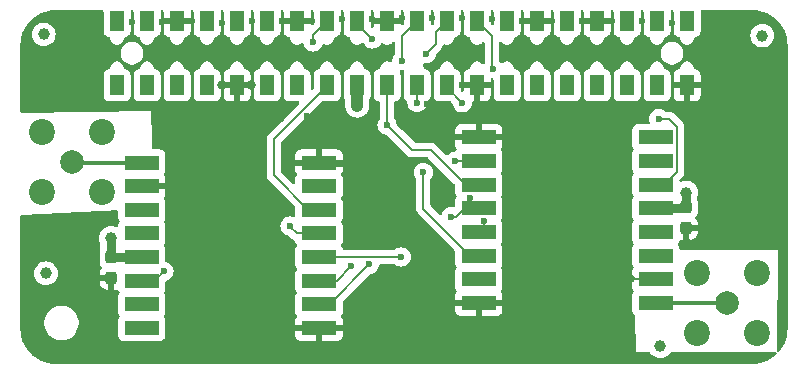
<source format=gbr>
%TF.GenerationSoftware,KiCad,Pcbnew,8.0.6*%
%TF.CreationDate,2024-12-05T19:40:30+08:00*%
%TF.ProjectId,RFM69HCW_v7,52464d36-3948-4435-975f-76372e6b6963,rev?*%
%TF.SameCoordinates,Original*%
%TF.FileFunction,Copper,L1,Top*%
%TF.FilePolarity,Positive*%
%FSLAX46Y46*%
G04 Gerber Fmt 4.6, Leading zero omitted, Abs format (unit mm)*
G04 Created by KiCad (PCBNEW 8.0.6) date 2024-12-05 19:40:30*
%MOMM*%
%LPD*%
G01*
G04 APERTURE LIST*
G04 Aperture macros list*
%AMRoundRect*
0 Rectangle with rounded corners*
0 $1 Rounding radius*
0 $2 $3 $4 $5 $6 $7 $8 $9 X,Y pos of 4 corners*
0 Add a 4 corners polygon primitive as box body*
4,1,4,$2,$3,$4,$5,$6,$7,$8,$9,$2,$3,0*
0 Add four circle primitives for the rounded corners*
1,1,$1+$1,$2,$3*
1,1,$1+$1,$4,$5*
1,1,$1+$1,$6,$7*
1,1,$1+$1,$8,$9*
0 Add four rect primitives between the rounded corners*
20,1,$1+$1,$2,$3,$4,$5,0*
20,1,$1+$1,$4,$5,$6,$7,0*
20,1,$1+$1,$6,$7,$8,$9,0*
20,1,$1+$1,$8,$9,$2,$3,0*%
G04 Aperture macros list end*
%TA.AperFunction,SMDPad,CuDef*%
%ADD10R,3.000000X1.200000*%
%TD*%
%TA.AperFunction,SMDPad,CuDef*%
%ADD11C,1.000000*%
%TD*%
%TA.AperFunction,SMDPad,CuDef*%
%ADD12R,1.270000X1.680000*%
%TD*%
%TA.AperFunction,ComponentPad*%
%ADD13C,2.000000*%
%TD*%
%TA.AperFunction,ComponentPad*%
%ADD14C,2.200000*%
%TD*%
%TA.AperFunction,SMDPad,CuDef*%
%ADD15RoundRect,0.237500X-0.237500X0.287500X-0.237500X-0.287500X0.237500X-0.287500X0.237500X0.287500X0*%
%TD*%
%TA.AperFunction,ViaPad*%
%ADD16C,0.600000*%
%TD*%
%TA.AperFunction,ViaPad*%
%ADD17C,0.800000*%
%TD*%
%TA.AperFunction,ViaPad*%
%ADD18C,1.000000*%
%TD*%
%TA.AperFunction,Conductor*%
%ADD19C,0.200000*%
%TD*%
%TA.AperFunction,Conductor*%
%ADD20C,0.300000*%
%TD*%
%TA.AperFunction,Conductor*%
%ADD21C,0.400000*%
%TD*%
%TA.AperFunction,Conductor*%
%ADD22C,0.600000*%
%TD*%
%TA.AperFunction,Conductor*%
%ADD23C,0.500000*%
%TD*%
%TA.AperFunction,Conductor*%
%ADD24C,0.800000*%
%TD*%
%TA.AperFunction,Conductor*%
%ADD25C,1.000000*%
%TD*%
G04 APERTURE END LIST*
D10*
%TO.P,REF\u002A\u002A,*%
%TO.N,GND*%
X156700000Y-103380000D03*
%TO.N,MISO*%
X156700000Y-101380000D03*
%TO.N,MOSI*%
X156700000Y-99380000D03*
%TO.N,SLCK*%
X156700000Y-97380000D03*
%TO.N,RST433*%
X156700000Y-93380000D03*
%TO.N,GND*%
X156700000Y-89380000D03*
%TO.N,3v3*%
X141700000Y-97380000D03*
%TO.N,GND*%
X141700000Y-91380000D03*
%TO.N,ANT433*%
X141700000Y-89380000D03*
%TO.P,REF\u002A\u002A,DIO0*%
%TO.N,INTER433*%
X141700000Y-99380000D03*
%TO.P,REF\u002A\u002A,DIO1*%
%TO.N,N/C*%
X141700000Y-101380000D03*
%TO.P,REF\u002A\u002A,DIO2*%
X141700000Y-103380000D03*
%TO.P,REF\u002A\u002A,DIO3*%
X141700000Y-93380000D03*
%TO.P,REF\u002A\u002A,DIO4*%
X141700000Y-95380000D03*
%TO.P,REF\u002A\u002A,DIO5*%
X156700000Y-91380000D03*
%TO.P,REF\u002A\u002A,NSS*%
%TO.N,CS0*%
X156700000Y-95380000D03*
%TD*%
D11*
%TO.P,FID1,*%
%TO.N,*%
X133590000Y-98750000D03*
%TD*%
%TO.P,FID4,*%
%TO.N,*%
X194240000Y-78630000D03*
%TD*%
D12*
%TO.P,REF\u002A\u002A,*%
%TO.N,RST433*%
X157390000Y-82840000D03*
%TO.N,3v3*%
X159930000Y-82840000D03*
%TO.N,MOSI*%
X162470000Y-82840000D03*
%TO.N,MISO*%
X165010000Y-82840000D03*
%TO.N,SLCK*%
X167550000Y-82840000D03*
%TO.P,REF\u002A\u002A,01*%
%TO.N,5v2RPi*%
X139610000Y-77400000D03*
%TO.P,REF\u002A\u002A,03*%
X142150000Y-77400000D03*
%TO.P,REF\u002A\u002A,3v3*%
%TO.N,N/C*%
X139610000Y-82840000D03*
%TO.P,REF\u002A\u002A,04*%
X142150000Y-82840000D03*
%TO.P,REF\u002A\u002A,06*%
X144690000Y-82840000D03*
%TO.P,REF\u002A\u002A,07*%
X147230000Y-77400000D03*
%TO.P,REF\u002A\u002A,08*%
X147230000Y-82840000D03*
%TO.P,REF\u002A\u002A,09*%
X149770000Y-77400000D03*
%TO.P,REF\u002A\u002A,11*%
X152310000Y-77400000D03*
%TO.P,REF\u002A\u002A,14*%
X154850000Y-82840000D03*
%TO.P,REF\u002A\u002A,27*%
X172630000Y-77400000D03*
%TO.P,REF\u002A\u002A,28*%
X172630000Y-82840000D03*
%TO.P,REF\u002A\u002A,30*%
X175170000Y-82840000D03*
%TO.P,REF\u002A\u002A,31*%
X177710000Y-77400000D03*
%TO.P,REF\u002A\u002A,32*%
X177710000Y-82840000D03*
%TO.P,REF\u002A\u002A,34*%
X180250000Y-82840000D03*
%TO.P,REF\u002A\u002A,35*%
X182790000Y-77400000D03*
%TO.P,REF\u002A\u002A,36*%
X182790000Y-82840000D03*
%TO.P,REF\u002A\u002A,37*%
X185330000Y-77400000D03*
%TO.P,REF\u002A\u002A,38*%
X185330000Y-82840000D03*
%TO.P,REF\u002A\u002A,39*%
X187870000Y-77400000D03*
%TO.P,REF\u002A\u002A,GND*%
%TO.N,GND*%
X149770000Y-82840000D03*
X170090000Y-82840000D03*
X187870000Y-82840000D03*
X144690000Y-77400000D03*
X154850000Y-77400000D03*
X162470000Y-77400000D03*
X175170000Y-77400000D03*
X180250000Y-77400000D03*
%TO.P,REF\u002A\u002A,GPIO7*%
%TO.N,CS1*%
X170090000Y-77400000D03*
%TO.P,REF\u002A\u002A,GPIO8*%
%TO.N,CS0*%
X167550000Y-77400000D03*
%TO.P,REF\u002A\u002A,GPIO17*%
%TO.N,N/C*%
X152310000Y-82840000D03*
%TO.P,REF\u002A\u002A,GPIO23*%
%TO.N,INTER433*%
X157390000Y-77400000D03*
%TO.P,REF\u002A\u002A,GPIO24*%
%TO.N,INTER915*%
X159930000Y-77400000D03*
%TO.P,REF\u002A\u002A,GPIO25*%
%TO.N,RST915*%
X165010000Y-77400000D03*
%TD*%
D11*
%TO.P,FID2,*%
%TO.N,*%
X133400000Y-78530000D03*
%TD*%
D13*
%TO.P,REF\u002A\u002A,*%
%TO.N,ANT433*%
X135800000Y-89320000D03*
D14*
%TO.N,GND*%
X138340000Y-91860000D03*
%TO.P,REF\u002A\u002A,2*%
X133260000Y-86780000D03*
X133260000Y-91860000D03*
X138340000Y-86780000D03*
%TD*%
D11*
%TO.P,FID5,*%
%TO.N,*%
X185610000Y-104940000D03*
%TD*%
D10*
%TO.P,REF\u002A\u002A,*%
%TO.N,GND*%
X170220000Y-87260000D03*
%TO.N,MISO*%
X170220000Y-89260000D03*
%TO.N,MOSI*%
X170220000Y-91260000D03*
%TO.N,SLCK*%
X170220000Y-93260000D03*
%TO.N,RST915*%
X170220000Y-97260000D03*
%TO.N,GND*%
X170220000Y-101260000D03*
%TO.N,3v3*%
X185220000Y-93260000D03*
%TO.N,GND*%
X185220000Y-99260000D03*
%TO.N,ANT915*%
X185220000Y-101260000D03*
%TO.P,REF\u002A\u002A,DIO0*%
%TO.N,INTER915*%
X185220000Y-91260000D03*
%TO.P,REF\u002A\u002A,DIO1*%
%TO.N,N/C*%
X185220000Y-89260000D03*
%TO.P,REF\u002A\u002A,DIO2*%
X185220000Y-87260000D03*
%TO.P,REF\u002A\u002A,DIO3*%
X185220000Y-97260000D03*
%TO.P,REF\u002A\u002A,DIO4*%
X185220000Y-95260000D03*
%TO.P,REF\u002A\u002A,DIO5*%
X170220000Y-99260000D03*
%TO.P,REF\u002A\u002A,NSS*%
%TO.N,CS1*%
X170220000Y-95260000D03*
%TD*%
D13*
%TO.P,REF\u002A\u002A,*%
%TO.N,ANT915*%
X191270000Y-101280000D03*
D14*
%TO.N,GND*%
X188730000Y-98740000D03*
%TO.P,REF\u002A\u002A,2*%
X193810000Y-103820000D03*
X193810000Y-98740000D03*
X188730000Y-103820000D03*
%TD*%
D15*
%TO.P,D1,*%
%TO.N,GND*%
X187810000Y-94927500D03*
%TO.P,D1,1*%
%TO.N,3v3*%
X187810000Y-93177500D03*
%TD*%
%TO.P,D1,*%
%TO.N,GND*%
X139110000Y-99160000D03*
%TO.P,D1,1*%
%TO.N,3v3*%
X139110000Y-97410000D03*
%TD*%
D16*
%TO.N,GND*%
X139690000Y-105950000D03*
X155660000Y-85460000D03*
X187220000Y-105920000D03*
X172610000Y-101770000D03*
X195870000Y-99860000D03*
X184060000Y-77420000D03*
X153690000Y-105950000D03*
D17*
X149790000Y-84560000D03*
D16*
X145920000Y-77390000D03*
X169750000Y-102820000D03*
X183690000Y-105950000D03*
X192660000Y-85750000D03*
X148510000Y-77540000D03*
X195870000Y-83860000D03*
X153474265Y-85684265D03*
X193660000Y-89480000D03*
X193670000Y-105990000D03*
X143880000Y-84440000D03*
X161689999Y-105950000D03*
X159190000Y-103950000D03*
X181520000Y-77390000D03*
X168850000Y-82840000D03*
X143690000Y-105950000D03*
X145690000Y-105950000D03*
X170110000Y-84280000D03*
X141880000Y-84440000D03*
X131870000Y-80840000D03*
X195870000Y-89860000D03*
X177690000Y-105950000D03*
X139090000Y-100385000D03*
X189520000Y-106000000D03*
X190860000Y-91880000D03*
X170700000Y-102810000D03*
X195870000Y-97860000D03*
X137100001Y-77070000D03*
X147690000Y-105950000D03*
X177880000Y-84440000D03*
X171340000Y-77200000D03*
X167690000Y-105950000D03*
X167480000Y-84390000D03*
X157690000Y-105950000D03*
X151690000Y-105950000D03*
X188090000Y-84710000D03*
X169690000Y-105950000D03*
X195870000Y-91860000D03*
X181530000Y-79220000D03*
X172430000Y-87920000D03*
X163690000Y-105950000D03*
X194760000Y-88550000D03*
X172650000Y-84690000D03*
X187830000Y-96050000D03*
X195870000Y-93859999D03*
X193710000Y-90530000D03*
X172610000Y-100510000D03*
X158310000Y-86030000D03*
X165880000Y-84440000D03*
X141690000Y-105950000D03*
X153600000Y-77370000D03*
X131870000Y-84840000D03*
X195870000Y-95860000D03*
X163720000Y-77180000D03*
X172470000Y-86500000D03*
X195590000Y-84970000D03*
X131870000Y-96840000D03*
X195870000Y-85860000D03*
X149270000Y-85900000D03*
X195870000Y-87860000D03*
D17*
X150980000Y-82840000D03*
D16*
X166250000Y-77110000D03*
X188680000Y-88230000D03*
X131870000Y-78839999D03*
X167900000Y-87870000D03*
X165690000Y-105950000D03*
X158930000Y-89380000D03*
X182790000Y-98600000D03*
X179880000Y-84440000D03*
X154360000Y-102670000D03*
X181690000Y-84510000D03*
X179690000Y-105950000D03*
X133850000Y-76970000D03*
X155690000Y-105950000D03*
X195900000Y-79090000D03*
X151040000Y-77390000D03*
X143450000Y-77440000D03*
X186610000Y-77540000D03*
X149689999Y-105950000D03*
X168830000Y-80530000D03*
X178950000Y-77390000D03*
X190630000Y-89680000D03*
X195870000Y-81859999D03*
X140890000Y-77510000D03*
X189730000Y-83370000D03*
X195870000Y-101860000D03*
D17*
X148480000Y-82830000D03*
D16*
X131870000Y-94840000D03*
X137689999Y-105950000D03*
X175690000Y-105950000D03*
X193260000Y-77080000D03*
X143860000Y-91380000D03*
X167690000Y-101870000D03*
X189730000Y-82110000D03*
X135390000Y-77080000D03*
X131870000Y-98840000D03*
X154350000Y-103960000D03*
X167710000Y-100670000D03*
X158630000Y-77250000D03*
X156690000Y-104980000D03*
X181690000Y-105950000D03*
X175200000Y-84550000D03*
X131830000Y-82850000D03*
X168830000Y-77130000D03*
X176420000Y-77380000D03*
X161200000Y-77230000D03*
X191530000Y-105980000D03*
X195790000Y-88880000D03*
X182790000Y-99860000D03*
X191840001Y-76980000D03*
X168830000Y-79270000D03*
X195920000Y-103760000D03*
X160510000Y-86050000D03*
X167900000Y-86610000D03*
X147880000Y-84440000D03*
X189610000Y-85900000D03*
X145880000Y-84440000D03*
X189840000Y-76980000D03*
X185880000Y-84440000D03*
X159010000Y-88100000D03*
X156110000Y-77380000D03*
X131870000Y-100840000D03*
X159150000Y-102580000D03*
X173689999Y-105950000D03*
X178950000Y-79160000D03*
X159690000Y-105950000D03*
X173880000Y-77390000D03*
X139879999Y-84440000D03*
X183880000Y-84440000D03*
X171690000Y-105950000D03*
D18*
%TO.N,3v3*%
X159950000Y-84560000D03*
X139110000Y-95780000D03*
X187810000Y-91920000D03*
D16*
%TO.N,MOSI*%
X159450000Y-98140000D03*
X162470000Y-86210000D03*
%TO.N,MISO*%
X165010000Y-84310000D03*
X160980000Y-97990000D03*
X168240000Y-89260000D03*
%TO.N,SLCK*%
X169470000Y-92360002D03*
X167870000Y-93970000D03*
X163680000Y-97370000D03*
X168850000Y-84330000D03*
%TO.N,CS0*%
X165810000Y-80150000D03*
X154260000Y-94750000D03*
%TO.N,RST915*%
X163740000Y-80750000D03*
X165540000Y-90220000D03*
%TO.N,INTER433*%
X156200000Y-79170000D03*
X143582500Y-98592500D03*
%TO.N,CS1*%
X170690000Y-94360002D03*
X171430000Y-81430000D03*
%TO.N,INTER915*%
X161220000Y-78930000D03*
X185460000Y-85680000D03*
%TD*%
D19*
%TO.N,GND*%
X143450000Y-77440000D02*
X143490000Y-77400000D01*
X185220000Y-99260000D02*
X183450000Y-99260000D01*
X170220000Y-87260000D02*
X168700000Y-87260000D01*
D20*
X193150000Y-99260000D02*
X193690000Y-98720000D01*
D21*
X139110000Y-99160000D02*
X139110000Y-100365000D01*
D19*
X187830000Y-96050000D02*
X187830000Y-94947500D01*
D22*
X158930000Y-89380000D02*
X156700000Y-89380000D01*
D23*
X143860000Y-91380000D02*
X141700000Y-91380000D01*
D22*
X187870000Y-83025000D02*
X187870000Y-83280000D01*
D19*
X183450000Y-99260000D02*
X182790000Y-98600000D01*
X187830000Y-94947500D02*
X187810000Y-94927500D01*
D20*
X133770000Y-91380000D02*
X133230000Y-91920000D01*
D19*
X162270000Y-77600000D02*
X162190000Y-77520000D01*
D22*
X187870000Y-83300000D02*
X187870000Y-83025000D01*
D19*
%TO.N,ANT433*%
X135670000Y-89380000D02*
X135650000Y-89360000D01*
D20*
X141700000Y-89380000D02*
X135670000Y-89380000D01*
D24*
%TO.N,3v3*%
X139110000Y-95780000D02*
X139110000Y-97455000D01*
X187810000Y-93177500D02*
X187810000Y-91920000D01*
X139110000Y-97455000D02*
X139120000Y-97465000D01*
X185220000Y-93260000D02*
X187715000Y-93260000D01*
D25*
X159950000Y-84560000D02*
X159950000Y-82860000D01*
D19*
X187715000Y-93260000D02*
X187790000Y-93185000D01*
X159950000Y-82860000D02*
X159930000Y-82840000D01*
D24*
X141700000Y-97380000D02*
X139205000Y-97380000D01*
D19*
X139120000Y-97465000D02*
X139205000Y-97380000D01*
%TO.N,MOSI*%
X169130000Y-91260000D02*
X170220000Y-91260000D01*
X166180000Y-88310000D02*
X169130000Y-91260000D01*
X162470000Y-83090000D02*
X162470000Y-83160000D01*
X156700000Y-99380000D02*
X158210000Y-99380000D01*
X158210000Y-99380000D02*
X159450000Y-98140000D01*
X164590000Y-88310000D02*
X166180000Y-88310000D01*
X162490000Y-86210000D02*
X162470000Y-86210000D01*
X164590000Y-88310000D02*
X162490000Y-86210000D01*
X162470000Y-82840000D02*
X162470000Y-86210000D01*
%TO.N,MISO*%
X157600000Y-101380000D02*
X160980000Y-98000000D01*
X156700000Y-101380000D02*
X157600000Y-101380000D01*
X170220000Y-89260000D02*
X168240000Y-89260000D01*
X165010000Y-82840000D02*
X165010000Y-84310000D01*
X160980000Y-98000000D02*
X160980000Y-97990000D01*
X171120000Y-89260000D02*
X170220000Y-89260000D01*
%TO.N,SLCK*%
X163680000Y-97370000D02*
X163670000Y-97380000D01*
X163670000Y-97380000D02*
X156700000Y-97380000D01*
X168850000Y-84320000D02*
X167460000Y-82930000D01*
X168340000Y-93970000D02*
X169050000Y-93260000D01*
X167870000Y-93970000D02*
X168340000Y-93970000D01*
X169470000Y-92510000D02*
X170220000Y-93260000D01*
X169050000Y-93260000D02*
X170220000Y-93260000D01*
X169470000Y-92360002D02*
X169470000Y-92510000D01*
X168850000Y-84330000D02*
X168850000Y-84320000D01*
%TO.N,CS0*%
X154810000Y-95380000D02*
X156700000Y-95380000D01*
X165810000Y-80150000D02*
X166580000Y-79380000D01*
X154810000Y-95380000D02*
X154260000Y-94830000D01*
X154260000Y-94830000D02*
X154260000Y-94750000D01*
X166580000Y-78370000D02*
X167550000Y-77400000D01*
X166580000Y-79380000D02*
X166580000Y-78370000D01*
%TO.N,RST915*%
X163740000Y-80750000D02*
X163740000Y-78670000D01*
X165540000Y-90220000D02*
X165540000Y-93280000D01*
X169520000Y-97260000D02*
X170220000Y-97260000D01*
X165540000Y-93280000D02*
X169520000Y-97260000D01*
X163740000Y-78670000D02*
X165010000Y-77400000D01*
%TO.N,INTER433*%
X156200000Y-78590000D02*
X157390000Y-77400000D01*
X143582500Y-98592500D02*
X142795000Y-99380000D01*
X156200000Y-79170000D02*
X156200000Y-78590000D01*
X142795000Y-99380000D02*
X141700000Y-99380000D01*
%TO.N,CS1*%
X171430000Y-81430000D02*
X171350000Y-81350000D01*
X171350000Y-81350000D02*
X171350000Y-78660000D01*
X170690000Y-94790000D02*
X170220000Y-95260000D01*
X170690000Y-94360002D02*
X170690000Y-94790000D01*
X171430000Y-81430000D02*
X171580000Y-81280000D01*
X171350000Y-78660000D02*
X170090000Y-77400000D01*
D20*
%TO.N,ANT915*%
X185220000Y-101260000D02*
X191250000Y-101260000D01*
D19*
X191250000Y-101260000D02*
X191270000Y-101280000D01*
%TO.N,INTER915*%
X185460000Y-85680000D02*
X186340000Y-85680000D01*
X187020000Y-90160000D02*
X185920000Y-91260000D01*
X185920000Y-91260000D02*
X185220000Y-91260000D01*
X186340000Y-85680000D02*
X187020000Y-86360000D01*
X187020000Y-86360000D02*
X187020000Y-90160000D01*
X161220000Y-78930000D02*
X159930000Y-77640000D01*
X159930000Y-77640000D02*
X159930000Y-77400000D01*
%TO.N,RST433*%
X157390000Y-82881471D02*
X157390000Y-82840000D01*
X152890000Y-87381471D02*
X157390000Y-82881471D01*
X152890000Y-90470000D02*
X152890000Y-87381471D01*
X157390000Y-82840000D02*
X157250000Y-82840000D01*
X156700000Y-93380000D02*
X155800000Y-93380000D01*
X155800000Y-93380000D02*
X152890000Y-90470000D01*
%TD*%
%TA.AperFunction,Conductor*%
%TO.N,GND*%
G36*
X138408621Y-76490502D02*
G01*
X138455114Y-76544158D01*
X138466500Y-76596500D01*
X138466500Y-78288649D01*
X138473009Y-78349196D01*
X138473011Y-78349204D01*
X138524110Y-78486202D01*
X138524112Y-78486207D01*
X138611738Y-78603261D01*
X138728792Y-78690887D01*
X138728794Y-78690888D01*
X138728796Y-78690889D01*
X138787875Y-78712924D01*
X138865795Y-78741988D01*
X138865803Y-78741990D01*
X138929717Y-78748861D01*
X138929596Y-78749984D01*
X138992167Y-78772038D01*
X139035738Y-78828092D01*
X139044500Y-78874259D01*
X139044500Y-78924448D01*
X139044499Y-78924448D01*
X139083037Y-79068272D01*
X139083040Y-79068279D01*
X139157484Y-79197221D01*
X139157492Y-79197231D01*
X139262768Y-79302507D01*
X139262773Y-79302511D01*
X139262775Y-79302513D01*
X139262776Y-79302514D01*
X139262778Y-79302515D01*
X139339057Y-79346554D01*
X139391725Y-79376962D01*
X139535550Y-79415500D01*
X139535552Y-79415500D01*
X139684448Y-79415500D01*
X139684450Y-79415500D01*
X139828275Y-79376962D01*
X139957225Y-79302513D01*
X140062513Y-79197225D01*
X140136962Y-79068275D01*
X140175500Y-78924450D01*
X140175500Y-78874259D01*
X140195502Y-78806138D01*
X140249158Y-78759645D01*
X140290354Y-78749527D01*
X140290283Y-78748861D01*
X140354196Y-78741990D01*
X140354199Y-78741989D01*
X140354201Y-78741989D01*
X140491204Y-78690889D01*
X140491799Y-78690444D01*
X140608261Y-78603261D01*
X140695887Y-78486207D01*
X140695887Y-78486206D01*
X140695889Y-78486204D01*
X140746989Y-78349201D01*
X140748638Y-78333868D01*
X140753499Y-78288649D01*
X140753500Y-78288632D01*
X140753500Y-76596500D01*
X140773502Y-76528379D01*
X140827158Y-76481886D01*
X140879500Y-76470500D01*
X140880500Y-76470500D01*
X140948621Y-76490502D01*
X140995114Y-76544158D01*
X141006500Y-76596500D01*
X141006500Y-78288649D01*
X141013009Y-78349196D01*
X141013011Y-78349204D01*
X141064110Y-78486202D01*
X141064112Y-78486207D01*
X141151738Y-78603261D01*
X141268792Y-78690887D01*
X141268794Y-78690888D01*
X141268796Y-78690889D01*
X141327875Y-78712924D01*
X141405795Y-78741988D01*
X141405803Y-78741990D01*
X141469717Y-78748861D01*
X141469596Y-78749984D01*
X141532167Y-78772038D01*
X141575738Y-78828092D01*
X141584500Y-78874259D01*
X141584500Y-78924448D01*
X141584499Y-78924448D01*
X141623037Y-79068272D01*
X141623040Y-79068279D01*
X141697484Y-79197221D01*
X141697492Y-79197231D01*
X141802768Y-79302507D01*
X141802773Y-79302511D01*
X141802775Y-79302513D01*
X141802776Y-79302514D01*
X141802778Y-79302515D01*
X141879057Y-79346554D01*
X141931725Y-79376962D01*
X142075550Y-79415500D01*
X142075552Y-79415500D01*
X142224448Y-79415500D01*
X142224450Y-79415500D01*
X142368275Y-79376962D01*
X142497225Y-79302513D01*
X142602513Y-79197225D01*
X142676962Y-79068275D01*
X142715500Y-78924450D01*
X142715500Y-78874259D01*
X142735502Y-78806138D01*
X142789158Y-78759645D01*
X142830354Y-78749527D01*
X142830283Y-78748861D01*
X142894196Y-78741990D01*
X142894199Y-78741989D01*
X142894201Y-78741989D01*
X143031204Y-78690889D01*
X143031799Y-78690444D01*
X143148261Y-78603261D01*
X143235887Y-78486207D01*
X143235887Y-78486206D01*
X143235889Y-78486204D01*
X143286989Y-78349201D01*
X143288638Y-78333868D01*
X143293499Y-78288649D01*
X143293500Y-78288632D01*
X143293500Y-78288597D01*
X143547000Y-78288597D01*
X143553505Y-78349093D01*
X143604555Y-78485964D01*
X143604555Y-78485965D01*
X143692095Y-78602904D01*
X143809034Y-78690444D01*
X143945906Y-78741494D01*
X144009766Y-78748361D01*
X144009644Y-78749491D01*
X144072190Y-78771553D01*
X144115748Y-78827617D01*
X144124500Y-78873757D01*
X144124500Y-78924448D01*
X144124499Y-78924448D01*
X144163037Y-79068272D01*
X144163040Y-79068279D01*
X144237484Y-79197221D01*
X144237492Y-79197231D01*
X144342768Y-79302507D01*
X144342773Y-79302511D01*
X144342775Y-79302513D01*
X144342776Y-79302514D01*
X144342778Y-79302515D01*
X144419057Y-79346554D01*
X144471725Y-79376962D01*
X144615550Y-79415500D01*
X144615552Y-79415500D01*
X144764448Y-79415500D01*
X144764450Y-79415500D01*
X144908275Y-79376962D01*
X145037225Y-79302513D01*
X145142513Y-79197225D01*
X145216962Y-79068275D01*
X145255500Y-78924450D01*
X145255500Y-78873757D01*
X145275502Y-78805636D01*
X145329158Y-78759143D01*
X145370306Y-78749032D01*
X145370234Y-78748361D01*
X145434093Y-78741494D01*
X145570964Y-78690444D01*
X145570965Y-78690444D01*
X145687904Y-78602904D01*
X145775444Y-78485965D01*
X145775444Y-78485964D01*
X145826494Y-78349093D01*
X145832999Y-78288597D01*
X145833000Y-78288585D01*
X145833000Y-77654000D01*
X143547000Y-77654000D01*
X143547000Y-78288597D01*
X143293500Y-78288597D01*
X143293500Y-76596500D01*
X143313502Y-76528379D01*
X143367158Y-76481886D01*
X143419500Y-76470500D01*
X143421000Y-76470500D01*
X143489121Y-76490502D01*
X143535614Y-76544158D01*
X143547000Y-76596500D01*
X143547000Y-77146000D01*
X145833000Y-77146000D01*
X145833000Y-76596500D01*
X145853002Y-76528379D01*
X145906658Y-76481886D01*
X145959000Y-76470500D01*
X145960500Y-76470500D01*
X146028621Y-76490502D01*
X146075114Y-76544158D01*
X146086500Y-76596500D01*
X146086500Y-78288649D01*
X146093009Y-78349196D01*
X146093011Y-78349204D01*
X146144110Y-78486202D01*
X146144112Y-78486207D01*
X146231738Y-78603261D01*
X146348792Y-78690887D01*
X146348794Y-78690888D01*
X146348796Y-78690889D01*
X146407875Y-78712924D01*
X146485795Y-78741988D01*
X146485803Y-78741990D01*
X146549717Y-78748861D01*
X146549596Y-78749984D01*
X146612167Y-78772038D01*
X146655738Y-78828092D01*
X146664500Y-78874259D01*
X146664500Y-78924448D01*
X146664499Y-78924448D01*
X146703037Y-79068272D01*
X146703040Y-79068279D01*
X146777484Y-79197221D01*
X146777492Y-79197231D01*
X146882768Y-79302507D01*
X146882773Y-79302511D01*
X146882775Y-79302513D01*
X146882776Y-79302514D01*
X146882778Y-79302515D01*
X146959057Y-79346554D01*
X147011725Y-79376962D01*
X147155550Y-79415500D01*
X147155552Y-79415500D01*
X147304448Y-79415500D01*
X147304450Y-79415500D01*
X147448275Y-79376962D01*
X147577225Y-79302513D01*
X147682513Y-79197225D01*
X147756962Y-79068275D01*
X147795500Y-78924450D01*
X147795500Y-78874259D01*
X147815502Y-78806138D01*
X147869158Y-78759645D01*
X147910354Y-78749527D01*
X147910283Y-78748861D01*
X147974196Y-78741990D01*
X147974199Y-78741989D01*
X147974201Y-78741989D01*
X148111204Y-78690889D01*
X148111799Y-78690444D01*
X148228261Y-78603261D01*
X148315887Y-78486207D01*
X148315887Y-78486206D01*
X148315889Y-78486204D01*
X148366989Y-78349201D01*
X148368638Y-78333868D01*
X148373499Y-78288649D01*
X148373500Y-78288632D01*
X148373500Y-76596500D01*
X148393502Y-76528379D01*
X148447158Y-76481886D01*
X148499500Y-76470500D01*
X148500500Y-76470500D01*
X148568621Y-76490502D01*
X148615114Y-76544158D01*
X148626500Y-76596500D01*
X148626500Y-78288649D01*
X148633009Y-78349196D01*
X148633011Y-78349204D01*
X148684110Y-78486202D01*
X148684112Y-78486207D01*
X148771738Y-78603261D01*
X148888792Y-78690887D01*
X148888794Y-78690888D01*
X148888796Y-78690889D01*
X148947875Y-78712924D01*
X149025795Y-78741988D01*
X149025803Y-78741990D01*
X149089717Y-78748861D01*
X149089596Y-78749984D01*
X149152167Y-78772038D01*
X149195738Y-78828092D01*
X149204500Y-78874259D01*
X149204500Y-78924448D01*
X149204499Y-78924448D01*
X149243037Y-79068272D01*
X149243040Y-79068279D01*
X149317484Y-79197221D01*
X149317492Y-79197231D01*
X149422768Y-79302507D01*
X149422773Y-79302511D01*
X149422775Y-79302513D01*
X149422776Y-79302514D01*
X149422778Y-79302515D01*
X149499057Y-79346554D01*
X149551725Y-79376962D01*
X149695550Y-79415500D01*
X149695552Y-79415500D01*
X149844448Y-79415500D01*
X149844450Y-79415500D01*
X149988275Y-79376962D01*
X150117225Y-79302513D01*
X150222513Y-79197225D01*
X150296962Y-79068275D01*
X150335500Y-78924450D01*
X150335500Y-78874259D01*
X150355502Y-78806138D01*
X150409158Y-78759645D01*
X150450354Y-78749527D01*
X150450283Y-78748861D01*
X150514196Y-78741990D01*
X150514199Y-78741989D01*
X150514201Y-78741989D01*
X150651204Y-78690889D01*
X150651799Y-78690444D01*
X150768261Y-78603261D01*
X150855887Y-78486207D01*
X150855887Y-78486206D01*
X150855889Y-78486204D01*
X150906989Y-78349201D01*
X150908638Y-78333868D01*
X150913499Y-78288649D01*
X150913500Y-78288632D01*
X150913500Y-76596500D01*
X150933502Y-76528379D01*
X150987158Y-76481886D01*
X151039500Y-76470500D01*
X151040500Y-76470500D01*
X151108621Y-76490502D01*
X151155114Y-76544158D01*
X151166500Y-76596500D01*
X151166500Y-78288649D01*
X151173009Y-78349196D01*
X151173011Y-78349204D01*
X151224110Y-78486202D01*
X151224112Y-78486207D01*
X151311738Y-78603261D01*
X151428792Y-78690887D01*
X151428794Y-78690888D01*
X151428796Y-78690889D01*
X151487875Y-78712924D01*
X151565795Y-78741988D01*
X151565803Y-78741990D01*
X151629717Y-78748861D01*
X151629596Y-78749984D01*
X151692167Y-78772038D01*
X151735738Y-78828092D01*
X151744500Y-78874259D01*
X151744500Y-78924448D01*
X151744499Y-78924448D01*
X151783037Y-79068272D01*
X151783040Y-79068279D01*
X151857484Y-79197221D01*
X151857492Y-79197231D01*
X151962768Y-79302507D01*
X151962773Y-79302511D01*
X151962775Y-79302513D01*
X151962776Y-79302514D01*
X151962778Y-79302515D01*
X152039057Y-79346554D01*
X152091725Y-79376962D01*
X152235550Y-79415500D01*
X152235552Y-79415500D01*
X152384448Y-79415500D01*
X152384450Y-79415500D01*
X152528275Y-79376962D01*
X152657225Y-79302513D01*
X152762513Y-79197225D01*
X152836962Y-79068275D01*
X152875500Y-78924450D01*
X152875500Y-78874259D01*
X152895502Y-78806138D01*
X152949158Y-78759645D01*
X152990354Y-78749527D01*
X152990283Y-78748861D01*
X153054196Y-78741990D01*
X153054199Y-78741989D01*
X153054201Y-78741989D01*
X153191204Y-78690889D01*
X153191799Y-78690444D01*
X153308261Y-78603261D01*
X153395887Y-78486207D01*
X153395887Y-78486206D01*
X153395889Y-78486204D01*
X153446989Y-78349201D01*
X153448638Y-78333868D01*
X153453499Y-78288649D01*
X153453500Y-78288632D01*
X153453500Y-76596500D01*
X153473502Y-76528379D01*
X153527158Y-76481886D01*
X153579500Y-76470500D01*
X153581000Y-76470500D01*
X153649121Y-76490502D01*
X153695614Y-76544158D01*
X153707000Y-76596500D01*
X153707000Y-77146000D01*
X155993000Y-77146000D01*
X155993000Y-76596500D01*
X156013002Y-76528379D01*
X156066658Y-76481886D01*
X156119000Y-76470500D01*
X156120500Y-76470500D01*
X156188621Y-76490502D01*
X156235114Y-76544158D01*
X156246500Y-76596500D01*
X156246500Y-77630761D01*
X156226498Y-77698882D01*
X156209595Y-77719856D01*
X156208095Y-77721356D01*
X156145783Y-77755382D01*
X156074968Y-77750317D01*
X156018132Y-77707770D01*
X156001095Y-77662094D01*
X155993001Y-77654000D01*
X153707000Y-77654000D01*
X153707000Y-78288597D01*
X153713505Y-78349093D01*
X153764555Y-78485964D01*
X153764555Y-78485965D01*
X153852095Y-78602904D01*
X153969034Y-78690444D01*
X154105906Y-78741494D01*
X154169766Y-78748361D01*
X154169644Y-78749491D01*
X154232190Y-78771553D01*
X154275748Y-78827617D01*
X154284500Y-78873757D01*
X154284500Y-78924448D01*
X154284499Y-78924448D01*
X154323037Y-79068272D01*
X154323040Y-79068279D01*
X154397484Y-79197221D01*
X154397492Y-79197231D01*
X154502768Y-79302507D01*
X154502773Y-79302511D01*
X154502775Y-79302513D01*
X154502776Y-79302514D01*
X154502778Y-79302515D01*
X154579057Y-79346554D01*
X154631725Y-79376962D01*
X154775550Y-79415500D01*
X154775552Y-79415500D01*
X154924448Y-79415500D01*
X154924450Y-79415500D01*
X155068275Y-79376962D01*
X155197225Y-79302513D01*
X155198083Y-79301654D01*
X155198983Y-79301162D01*
X155203777Y-79297485D01*
X155204350Y-79298232D01*
X155260391Y-79267626D01*
X155331207Y-79272686D01*
X155388046Y-79315228D01*
X155406112Y-79349130D01*
X155466957Y-79523015D01*
X155466958Y-79523018D01*
X155563887Y-79677279D01*
X155563888Y-79677281D01*
X155692718Y-79806111D01*
X155692720Y-79806112D01*
X155846981Y-79903041D01*
X155846982Y-79903041D01*
X155846985Y-79903043D01*
X156018953Y-79963217D01*
X156200000Y-79983616D01*
X156381047Y-79963217D01*
X156553015Y-79903043D01*
X156707281Y-79806111D01*
X156836111Y-79677281D01*
X156933043Y-79523015D01*
X156965448Y-79430405D01*
X157006825Y-79372717D01*
X157072825Y-79346554D01*
X157142492Y-79360226D01*
X157147370Y-79362901D01*
X157171725Y-79376962D01*
X157315550Y-79415500D01*
X157315552Y-79415500D01*
X157464448Y-79415500D01*
X157464450Y-79415500D01*
X157608275Y-79376962D01*
X157737225Y-79302513D01*
X157842513Y-79197225D01*
X157916962Y-79068275D01*
X157955500Y-78924450D01*
X157955500Y-78874259D01*
X157975502Y-78806138D01*
X158029158Y-78759645D01*
X158070354Y-78749527D01*
X158070283Y-78748861D01*
X158134196Y-78741990D01*
X158134199Y-78741989D01*
X158134201Y-78741989D01*
X158271204Y-78690889D01*
X158271799Y-78690444D01*
X158388261Y-78603261D01*
X158475887Y-78486207D01*
X158475887Y-78486206D01*
X158475889Y-78486204D01*
X158526989Y-78349201D01*
X158528638Y-78333868D01*
X158533499Y-78288649D01*
X158533500Y-78288632D01*
X158533500Y-76596500D01*
X158553502Y-76528379D01*
X158607158Y-76481886D01*
X158659500Y-76470500D01*
X158660500Y-76470500D01*
X158728621Y-76490502D01*
X158775114Y-76544158D01*
X158786500Y-76596500D01*
X158786500Y-78288649D01*
X158793009Y-78349196D01*
X158793011Y-78349204D01*
X158844110Y-78486202D01*
X158844112Y-78486207D01*
X158931738Y-78603261D01*
X159048792Y-78690887D01*
X159048794Y-78690888D01*
X159048796Y-78690889D01*
X159107875Y-78712924D01*
X159185795Y-78741988D01*
X159185803Y-78741990D01*
X159249717Y-78748861D01*
X159249596Y-78749984D01*
X159312167Y-78772038D01*
X159355738Y-78828092D01*
X159364500Y-78874259D01*
X159364500Y-78924448D01*
X159364499Y-78924448D01*
X159403037Y-79068272D01*
X159403040Y-79068279D01*
X159477484Y-79197221D01*
X159477492Y-79197231D01*
X159582768Y-79302507D01*
X159582773Y-79302511D01*
X159582775Y-79302513D01*
X159582776Y-79302514D01*
X159582778Y-79302515D01*
X159659057Y-79346554D01*
X159711725Y-79376962D01*
X159855550Y-79415500D01*
X159855552Y-79415500D01*
X160004448Y-79415500D01*
X160004450Y-79415500D01*
X160148275Y-79376962D01*
X160277225Y-79302513D01*
X160301827Y-79277910D01*
X160364137Y-79243886D01*
X160434953Y-79248950D01*
X160491789Y-79291495D01*
X160497609Y-79299970D01*
X160583887Y-79437279D01*
X160583888Y-79437281D01*
X160712718Y-79566111D01*
X160712720Y-79566112D01*
X160866981Y-79663041D01*
X160866982Y-79663041D01*
X160866985Y-79663043D01*
X161038953Y-79723217D01*
X161220000Y-79743616D01*
X161401047Y-79723217D01*
X161573015Y-79663043D01*
X161727281Y-79566111D01*
X161856111Y-79437281D01*
X161926955Y-79324532D01*
X161980131Y-79277497D01*
X162050298Y-79266676D01*
X162115177Y-79295508D01*
X162122736Y-79302475D01*
X162122768Y-79302507D01*
X162122773Y-79302511D01*
X162122775Y-79302513D01*
X162122776Y-79302514D01*
X162122778Y-79302515D01*
X162199057Y-79346554D01*
X162251725Y-79376962D01*
X162395550Y-79415500D01*
X162395552Y-79415500D01*
X162544448Y-79415500D01*
X162544450Y-79415500D01*
X162688275Y-79376962D01*
X162817225Y-79302513D01*
X162859784Y-79259954D01*
X162916405Y-79203334D01*
X162978717Y-79169308D01*
X163049532Y-79174373D01*
X163106368Y-79216920D01*
X163131179Y-79283440D01*
X163131500Y-79292429D01*
X163131500Y-80164006D01*
X163111498Y-80232127D01*
X163104008Y-80242570D01*
X163103883Y-80242725D01*
X163006958Y-80396981D01*
X163006957Y-80396984D01*
X162969855Y-80503018D01*
X162946783Y-80568953D01*
X162926862Y-80745761D01*
X162926384Y-80750001D01*
X162928628Y-80769919D01*
X162916378Y-80839851D01*
X162868264Y-80892058D01*
X162799563Y-80909966D01*
X162740420Y-80893144D01*
X162688279Y-80863040D01*
X162688276Y-80863039D01*
X162688275Y-80863038D01*
X162688273Y-80863037D01*
X162688272Y-80863037D01*
X162649735Y-80852711D01*
X162544450Y-80824500D01*
X162395550Y-80824500D01*
X162338260Y-80839851D01*
X162251727Y-80863037D01*
X162251720Y-80863040D01*
X162122778Y-80937484D01*
X162122768Y-80937492D01*
X162017492Y-81042768D01*
X162017484Y-81042778D01*
X161943040Y-81171720D01*
X161943037Y-81171727D01*
X161904500Y-81315551D01*
X161904500Y-81365740D01*
X161884498Y-81433861D01*
X161830842Y-81480354D01*
X161789646Y-81490480D01*
X161789717Y-81491139D01*
X161725803Y-81498009D01*
X161725795Y-81498011D01*
X161588797Y-81549110D01*
X161588792Y-81549112D01*
X161471738Y-81636738D01*
X161384112Y-81753792D01*
X161384110Y-81753797D01*
X161333011Y-81890795D01*
X161333009Y-81890803D01*
X161326500Y-81951350D01*
X161326500Y-83728649D01*
X161333009Y-83789196D01*
X161333011Y-83789204D01*
X161384110Y-83926202D01*
X161384112Y-83926207D01*
X161471738Y-84043261D01*
X161588792Y-84130887D01*
X161588794Y-84130888D01*
X161588796Y-84130889D01*
X161600368Y-84135205D01*
X161725795Y-84181988D01*
X161725798Y-84181988D01*
X161725799Y-84181989D01*
X161725804Y-84181990D01*
X161748966Y-84184480D01*
X161814559Y-84211648D01*
X161855051Y-84269965D01*
X161861500Y-84309758D01*
X161861500Y-85624006D01*
X161841498Y-85692127D01*
X161834008Y-85702570D01*
X161833883Y-85702725D01*
X161736958Y-85856981D01*
X161736957Y-85856984D01*
X161676785Y-86028948D01*
X161676783Y-86028953D01*
X161656384Y-86210000D01*
X161676783Y-86391047D01*
X161676783Y-86391049D01*
X161676784Y-86391050D01*
X161736957Y-86563015D01*
X161736958Y-86563018D01*
X161833887Y-86717279D01*
X161833888Y-86717281D01*
X161962718Y-86846111D01*
X161962720Y-86846112D01*
X162116981Y-86943041D01*
X162116982Y-86943041D01*
X162116985Y-86943043D01*
X162288953Y-87003217D01*
X162395836Y-87015259D01*
X162461288Y-87042763D01*
X162470823Y-87051372D01*
X164103078Y-88683627D01*
X164103079Y-88683628D01*
X164216372Y-88796921D01*
X164355128Y-88877032D01*
X164509889Y-88918500D01*
X164670110Y-88918500D01*
X165875761Y-88918500D01*
X165943882Y-88938502D01*
X165964856Y-88955405D01*
X168174595Y-91165144D01*
X168208621Y-91227456D01*
X168211500Y-91254239D01*
X168211500Y-91908649D01*
X168218009Y-91969196D01*
X168218011Y-91969204D01*
X168269110Y-92106202D01*
X168269113Y-92106207D01*
X168327715Y-92184491D01*
X168352526Y-92251011D01*
X168337434Y-92320386D01*
X168327715Y-92335509D01*
X168269113Y-92413792D01*
X168269110Y-92413797D01*
X168218011Y-92550795D01*
X168218009Y-92550803D01*
X168211500Y-92611350D01*
X168211500Y-93055406D01*
X168191498Y-93123527D01*
X168137842Y-93170020D01*
X168067568Y-93180124D01*
X168057461Y-93178247D01*
X168051044Y-93176782D01*
X167870000Y-93156384D01*
X167688953Y-93176783D01*
X167688950Y-93176783D01*
X167688949Y-93176784D01*
X167516984Y-93236957D01*
X167516981Y-93236958D01*
X167362720Y-93333887D01*
X167362718Y-93333888D01*
X167233888Y-93462718D01*
X167233887Y-93462720D01*
X167136958Y-93616981D01*
X167099651Y-93723599D01*
X167058273Y-93781290D01*
X166992272Y-93807452D01*
X166922605Y-93793779D01*
X166891627Y-93771078D01*
X166185405Y-93064856D01*
X166151379Y-93002544D01*
X166148500Y-92975761D01*
X166148500Y-90805993D01*
X166168502Y-90737872D01*
X166175999Y-90727421D01*
X166176104Y-90727287D01*
X166176111Y-90727281D01*
X166248948Y-90611362D01*
X166273042Y-90573017D01*
X166273042Y-90573016D01*
X166273043Y-90573015D01*
X166333217Y-90401047D01*
X166353616Y-90220000D01*
X166333217Y-90038953D01*
X166273043Y-89866985D01*
X166273041Y-89866982D01*
X166273041Y-89866981D01*
X166176112Y-89712720D01*
X166176111Y-89712718D01*
X166047281Y-89583888D01*
X166047279Y-89583887D01*
X165893018Y-89486958D01*
X165893015Y-89486957D01*
X165721050Y-89426784D01*
X165721049Y-89426783D01*
X165721047Y-89426783D01*
X165540000Y-89406384D01*
X165358953Y-89426783D01*
X165358950Y-89426783D01*
X165358949Y-89426784D01*
X165186984Y-89486957D01*
X165186981Y-89486958D01*
X165032720Y-89583887D01*
X165032718Y-89583888D01*
X164903888Y-89712718D01*
X164903887Y-89712720D01*
X164806958Y-89866981D01*
X164806957Y-89866984D01*
X164750389Y-90028649D01*
X164746783Y-90038953D01*
X164726384Y-90220000D01*
X164746783Y-90401047D01*
X164746783Y-90401049D01*
X164746784Y-90401050D01*
X164806957Y-90573015D01*
X164806958Y-90573017D01*
X164903883Y-90727273D01*
X164904001Y-90727421D01*
X164904047Y-90727534D01*
X164907653Y-90733273D01*
X164906648Y-90733904D01*
X164930844Y-90793148D01*
X164931500Y-90805993D01*
X164931500Y-93360111D01*
X164947512Y-93419872D01*
X164947513Y-93419872D01*
X164947513Y-93419873D01*
X164972928Y-93514721D01*
X164972968Y-93514872D01*
X164972970Y-93514877D01*
X165053075Y-93653623D01*
X165053083Y-93653633D01*
X168174595Y-96775144D01*
X168208621Y-96837456D01*
X168211500Y-96864239D01*
X168211500Y-97908649D01*
X168218009Y-97969196D01*
X168218011Y-97969204D01*
X168269110Y-98106202D01*
X168269113Y-98106207D01*
X168327715Y-98184491D01*
X168352526Y-98251011D01*
X168337434Y-98320386D01*
X168327715Y-98335509D01*
X168269113Y-98413792D01*
X168269110Y-98413797D01*
X168218011Y-98550795D01*
X168218009Y-98550803D01*
X168211500Y-98611350D01*
X168211500Y-99908649D01*
X168218009Y-99969196D01*
X168218011Y-99969204D01*
X168269110Y-100106202D01*
X168269112Y-100106207D01*
X168328027Y-100184907D01*
X168352838Y-100251427D01*
X168337747Y-100320801D01*
X168328028Y-100335924D01*
X168269555Y-100414035D01*
X168218505Y-100550906D01*
X168212000Y-100611402D01*
X168212000Y-101006000D01*
X172228000Y-101006000D01*
X172228000Y-100611414D01*
X172227999Y-100611402D01*
X172221494Y-100550906D01*
X172170445Y-100414036D01*
X172111971Y-100335926D01*
X172087160Y-100269406D01*
X172102251Y-100200031D01*
X172111959Y-100184924D01*
X172170889Y-100106204D01*
X172221989Y-99969201D01*
X172228500Y-99908638D01*
X172228500Y-98611362D01*
X172228499Y-98611350D01*
X172221990Y-98550803D01*
X172221988Y-98550795D01*
X172181968Y-98443499D01*
X172170889Y-98413796D01*
X172112283Y-98335508D01*
X172087473Y-98268989D01*
X172102564Y-98199615D01*
X172112279Y-98184496D01*
X172170889Y-98106204D01*
X172221989Y-97969201D01*
X172223367Y-97956389D01*
X172228499Y-97908649D01*
X172228500Y-97908632D01*
X172228500Y-96611367D01*
X172228499Y-96611350D01*
X172221990Y-96550803D01*
X172221988Y-96550795D01*
X172186447Y-96455509D01*
X172170889Y-96413796D01*
X172112283Y-96335508D01*
X172087473Y-96268989D01*
X172102564Y-96199615D01*
X172112279Y-96184496D01*
X172170889Y-96106204D01*
X172221989Y-95969201D01*
X172222925Y-95960500D01*
X172228499Y-95908649D01*
X172228500Y-95908632D01*
X172228500Y-94611367D01*
X172228499Y-94611350D01*
X172221990Y-94550803D01*
X172221988Y-94550795D01*
X172186447Y-94455509D01*
X172170889Y-94413796D01*
X172112283Y-94335508D01*
X172087473Y-94268989D01*
X172102564Y-94199615D01*
X172112279Y-94184496D01*
X172170889Y-94106204D01*
X172221989Y-93969201D01*
X172222575Y-93963755D01*
X172228499Y-93908649D01*
X172228500Y-93908632D01*
X172228500Y-92611367D01*
X172228499Y-92611350D01*
X172221990Y-92550803D01*
X172221988Y-92550795D01*
X172186291Y-92455091D01*
X172170889Y-92413796D01*
X172112283Y-92335508D01*
X172087473Y-92268989D01*
X172102564Y-92199615D01*
X172112279Y-92184496D01*
X172170889Y-92106204D01*
X172221989Y-91969201D01*
X172227279Y-91920000D01*
X172228499Y-91908649D01*
X172228500Y-91908632D01*
X172228500Y-90611367D01*
X172228499Y-90611350D01*
X172221990Y-90550803D01*
X172221988Y-90550795D01*
X172177264Y-90430889D01*
X172170889Y-90413796D01*
X172112283Y-90335508D01*
X172087473Y-90268989D01*
X172102564Y-90199615D01*
X172112279Y-90184496D01*
X172170889Y-90106204D01*
X172221989Y-89969201D01*
X172228500Y-89908638D01*
X172228500Y-88611362D01*
X172228499Y-88611350D01*
X172221990Y-88550803D01*
X172221988Y-88550795D01*
X172190652Y-88466783D01*
X172170889Y-88413796D01*
X172170888Y-88413794D01*
X172170887Y-88413792D01*
X172111972Y-88335091D01*
X172087161Y-88268571D01*
X172102253Y-88199196D01*
X172111973Y-88184072D01*
X172170443Y-88105966D01*
X172170444Y-88105964D01*
X172221494Y-87969093D01*
X172227999Y-87908597D01*
X172228000Y-87908585D01*
X172228000Y-87514000D01*
X168212000Y-87514000D01*
X168212000Y-87908597D01*
X168218505Y-87969093D01*
X168269555Y-88105964D01*
X168269556Y-88105965D01*
X168328027Y-88184074D01*
X168352838Y-88250594D01*
X168337746Y-88319969D01*
X168328027Y-88335092D01*
X168277789Y-88402202D01*
X168220953Y-88444749D01*
X168191030Y-88451901D01*
X168123918Y-88459463D01*
X168058953Y-88466783D01*
X168058950Y-88466783D01*
X168058949Y-88466784D01*
X167886984Y-88526957D01*
X167886981Y-88526958D01*
X167732721Y-88623886D01*
X167632673Y-88723934D01*
X167570361Y-88757959D01*
X167499545Y-88752893D01*
X167454483Y-88723933D01*
X166553633Y-87823083D01*
X166553623Y-87823075D01*
X166414877Y-87742970D01*
X166414874Y-87742969D01*
X166414873Y-87742968D01*
X166414871Y-87742967D01*
X166414870Y-87742967D01*
X166337491Y-87722234D01*
X166260111Y-87701500D01*
X166260109Y-87701500D01*
X164894239Y-87701500D01*
X164826118Y-87681498D01*
X164805144Y-87664595D01*
X163751951Y-86611402D01*
X168212000Y-86611402D01*
X168212000Y-87006000D01*
X169966000Y-87006000D01*
X170474000Y-87006000D01*
X172228000Y-87006000D01*
X172228000Y-86611414D01*
X172227999Y-86611402D01*
X172221494Y-86550906D01*
X172170444Y-86414035D01*
X172170444Y-86414034D01*
X172082904Y-86297095D01*
X171965965Y-86209555D01*
X171829093Y-86158505D01*
X171768597Y-86152000D01*
X170474000Y-86152000D01*
X170474000Y-87006000D01*
X169966000Y-87006000D01*
X169966000Y-86152000D01*
X168671402Y-86152000D01*
X168610906Y-86158505D01*
X168474035Y-86209555D01*
X168474034Y-86209555D01*
X168357095Y-86297095D01*
X168269555Y-86414034D01*
X168269555Y-86414035D01*
X168218505Y-86550906D01*
X168212000Y-86611402D01*
X163751951Y-86611402D01*
X163306293Y-86165744D01*
X163272267Y-86103432D01*
X163270180Y-86090755D01*
X163263218Y-86028960D01*
X163263217Y-86028958D01*
X163263217Y-86028953D01*
X163203043Y-85856985D01*
X163203041Y-85856982D01*
X163203041Y-85856981D01*
X163106116Y-85702725D01*
X163105992Y-85702570D01*
X163105943Y-85702450D01*
X163102347Y-85696727D01*
X163103349Y-85696097D01*
X163079155Y-85636841D01*
X163078500Y-85624006D01*
X163078500Y-84309758D01*
X163098502Y-84241637D01*
X163152158Y-84195144D01*
X163191034Y-84184480D01*
X163214195Y-84181990D01*
X163214198Y-84181989D01*
X163214201Y-84181989D01*
X163351204Y-84130889D01*
X163351799Y-84130444D01*
X163468261Y-84043261D01*
X163555887Y-83926207D01*
X163555887Y-83926206D01*
X163555889Y-83926204D01*
X163606989Y-83789201D01*
X163613500Y-83728638D01*
X163613500Y-81951362D01*
X163613499Y-81951350D01*
X163606990Y-81890803D01*
X163606988Y-81890795D01*
X163555978Y-81754035D01*
X163555889Y-81753796D01*
X163555886Y-81753792D01*
X163551568Y-81745882D01*
X163553643Y-81744748D01*
X163533325Y-81690284D01*
X163548411Y-81620909D01*
X163598610Y-81570703D01*
X163667983Y-81555607D01*
X163673088Y-81556076D01*
X163740000Y-81563616D01*
X163806889Y-81556079D01*
X163876820Y-81568328D01*
X163929028Y-81616441D01*
X163946937Y-81685142D01*
X163927271Y-81745248D01*
X163928432Y-81745882D01*
X163925018Y-81752133D01*
X163924860Y-81752619D01*
X163924414Y-81753240D01*
X163924110Y-81753797D01*
X163873011Y-81890795D01*
X163873009Y-81890803D01*
X163866500Y-81951350D01*
X163866500Y-83728649D01*
X163873009Y-83789196D01*
X163873011Y-83789204D01*
X163924110Y-83926202D01*
X163924112Y-83926207D01*
X164011738Y-84043261D01*
X164128792Y-84130887D01*
X164136701Y-84135205D01*
X164134920Y-84138465D01*
X164177664Y-84170459D01*
X164202478Y-84236978D01*
X164202008Y-84260080D01*
X164196411Y-84309758D01*
X164196384Y-84310000D01*
X164216783Y-84491047D01*
X164216783Y-84491049D01*
X164216784Y-84491050D01*
X164276957Y-84663015D01*
X164276958Y-84663018D01*
X164373887Y-84817279D01*
X164373888Y-84817281D01*
X164502718Y-84946111D01*
X164502720Y-84946112D01*
X164656981Y-85043041D01*
X164656982Y-85043041D01*
X164656985Y-85043043D01*
X164828953Y-85103217D01*
X165010000Y-85123616D01*
X165191047Y-85103217D01*
X165363015Y-85043043D01*
X165517281Y-84946111D01*
X165646111Y-84817281D01*
X165743043Y-84663015D01*
X165803217Y-84491047D01*
X165823616Y-84310000D01*
X165817991Y-84260080D01*
X165830240Y-84190150D01*
X165878352Y-84137942D01*
X165883453Y-84135487D01*
X165883299Y-84135205D01*
X165891201Y-84130889D01*
X165891204Y-84130889D01*
X165891799Y-84130444D01*
X166008261Y-84043261D01*
X166095887Y-83926207D01*
X166095887Y-83926206D01*
X166095889Y-83926204D01*
X166146989Y-83789201D01*
X166153500Y-83728638D01*
X166153500Y-81951362D01*
X166153499Y-81951350D01*
X166406500Y-81951350D01*
X166406500Y-83728649D01*
X166413009Y-83789196D01*
X166413011Y-83789204D01*
X166464110Y-83926202D01*
X166464112Y-83926207D01*
X166551738Y-84043261D01*
X166668792Y-84130887D01*
X166668794Y-84130888D01*
X166668796Y-84130889D01*
X166680368Y-84135205D01*
X166805795Y-84181988D01*
X166805803Y-84181990D01*
X166866350Y-84188499D01*
X166866355Y-84188499D01*
X166866362Y-84188500D01*
X167805761Y-84188500D01*
X167873882Y-84208502D01*
X167894856Y-84225405D01*
X168009896Y-84340445D01*
X168043922Y-84402757D01*
X168046009Y-84415431D01*
X168056783Y-84511047D01*
X168056783Y-84511049D01*
X168056784Y-84511050D01*
X168116957Y-84683015D01*
X168116958Y-84683018D01*
X168213887Y-84837279D01*
X168213888Y-84837281D01*
X168342718Y-84966111D01*
X168342720Y-84966112D01*
X168496981Y-85063041D01*
X168496982Y-85063041D01*
X168496985Y-85063043D01*
X168668953Y-85123217D01*
X168850000Y-85143616D01*
X169031047Y-85123217D01*
X169203015Y-85063043D01*
X169357281Y-84966111D01*
X169486111Y-84837281D01*
X169583043Y-84683015D01*
X169643217Y-84511047D01*
X169663616Y-84330000D01*
X169663402Y-84328100D01*
X169663616Y-84326879D01*
X169663616Y-84322924D01*
X169664309Y-84322924D01*
X169675655Y-84258169D01*
X169723771Y-84205964D01*
X169788611Y-84188000D01*
X169836000Y-84188000D01*
X170344000Y-84188000D01*
X170773585Y-84188000D01*
X170773597Y-84187999D01*
X170834093Y-84181494D01*
X170970964Y-84130444D01*
X170970965Y-84130444D01*
X171087904Y-84042904D01*
X171175444Y-83925965D01*
X171175444Y-83925964D01*
X171226494Y-83789093D01*
X171232999Y-83728597D01*
X171233000Y-83728585D01*
X171233000Y-83094000D01*
X170344000Y-83094000D01*
X170344000Y-84188000D01*
X169836000Y-84188000D01*
X169836000Y-83094000D01*
X168947000Y-83094000D01*
X168947000Y-83252261D01*
X168926998Y-83320382D01*
X168873342Y-83366875D01*
X168803068Y-83376979D01*
X168738488Y-83347485D01*
X168731905Y-83341356D01*
X168730405Y-83339856D01*
X168696379Y-83277544D01*
X168693500Y-83250761D01*
X168693500Y-81951367D01*
X168693499Y-81951350D01*
X168686990Y-81890803D01*
X168686988Y-81890795D01*
X168635978Y-81754035D01*
X168635889Y-81753796D01*
X168635888Y-81753794D01*
X168635887Y-81753792D01*
X168548261Y-81636738D01*
X168431207Y-81549112D01*
X168431202Y-81549110D01*
X168294204Y-81498011D01*
X168294196Y-81498009D01*
X168230283Y-81491139D01*
X168230402Y-81490028D01*
X168167788Y-81467929D01*
X168124242Y-81411855D01*
X168115500Y-81365740D01*
X168115500Y-81315551D01*
X168115500Y-81315550D01*
X168076962Y-81171725D01*
X168054249Y-81132384D01*
X168002515Y-81042778D01*
X168002507Y-81042768D01*
X167897231Y-80937492D01*
X167897221Y-80937484D01*
X167768279Y-80863040D01*
X167768276Y-80863039D01*
X167768275Y-80863038D01*
X167768273Y-80863037D01*
X167768272Y-80863037D01*
X167729735Y-80852711D01*
X167624450Y-80824500D01*
X167475550Y-80824500D01*
X167418260Y-80839851D01*
X167331727Y-80863037D01*
X167331720Y-80863040D01*
X167202778Y-80937484D01*
X167202768Y-80937492D01*
X167097492Y-81042768D01*
X167097484Y-81042778D01*
X167023040Y-81171720D01*
X167023037Y-81171727D01*
X166984500Y-81315551D01*
X166984500Y-81365740D01*
X166964498Y-81433861D01*
X166910842Y-81480354D01*
X166869646Y-81490480D01*
X166869717Y-81491139D01*
X166805803Y-81498009D01*
X166805795Y-81498011D01*
X166668797Y-81549110D01*
X166668792Y-81549112D01*
X166551738Y-81636738D01*
X166464112Y-81753792D01*
X166464110Y-81753797D01*
X166413011Y-81890795D01*
X166413009Y-81890803D01*
X166406500Y-81951350D01*
X166153499Y-81951350D01*
X166146990Y-81890803D01*
X166146988Y-81890795D01*
X166095978Y-81754035D01*
X166095889Y-81753796D01*
X166095888Y-81753794D01*
X166095887Y-81753792D01*
X166008261Y-81636738D01*
X165891207Y-81549112D01*
X165891202Y-81549110D01*
X165754204Y-81498011D01*
X165754196Y-81498009D01*
X165690283Y-81491139D01*
X165690402Y-81490028D01*
X165627788Y-81467929D01*
X165584242Y-81411855D01*
X165575500Y-81365740D01*
X165575500Y-81315551D01*
X165575500Y-81315550D01*
X165536962Y-81171725D01*
X165514247Y-81132382D01*
X165497510Y-81063389D01*
X165520730Y-80996297D01*
X165576537Y-80952410D01*
X165637470Y-80944176D01*
X165810000Y-80963616D01*
X165991047Y-80943217D01*
X166163015Y-80883043D01*
X166317281Y-80786111D01*
X166446111Y-80657281D01*
X166543043Y-80503015D01*
X166603217Y-80331047D01*
X166612719Y-80246702D01*
X166640221Y-80181252D01*
X166648822Y-80171726D01*
X167066921Y-79753628D01*
X167135214Y-79635341D01*
X167147032Y-79614872D01*
X167186271Y-79468427D01*
X167223220Y-79407810D01*
X167287081Y-79376788D01*
X167340584Y-79379335D01*
X167475550Y-79415500D01*
X167475552Y-79415500D01*
X167624448Y-79415500D01*
X167624450Y-79415500D01*
X167768275Y-79376962D01*
X167897225Y-79302513D01*
X168002513Y-79197225D01*
X168076962Y-79068275D01*
X168115500Y-78924450D01*
X168115500Y-78874259D01*
X168135502Y-78806138D01*
X168189158Y-78759645D01*
X168230354Y-78749527D01*
X168230283Y-78748861D01*
X168294196Y-78741990D01*
X168294199Y-78741989D01*
X168294201Y-78741989D01*
X168431204Y-78690889D01*
X168431799Y-78690444D01*
X168548261Y-78603261D01*
X168635887Y-78486207D01*
X168635887Y-78486206D01*
X168635889Y-78486204D01*
X168686989Y-78349201D01*
X168688638Y-78333868D01*
X168693499Y-78288649D01*
X168693500Y-78288632D01*
X168693500Y-76596500D01*
X168713502Y-76528379D01*
X168767158Y-76481886D01*
X168819500Y-76470500D01*
X168820500Y-76470500D01*
X168888621Y-76490502D01*
X168935114Y-76544158D01*
X168946500Y-76596500D01*
X168946500Y-78288649D01*
X168953009Y-78349196D01*
X168953011Y-78349204D01*
X169004110Y-78486202D01*
X169004112Y-78486207D01*
X169091738Y-78603261D01*
X169208792Y-78690887D01*
X169208794Y-78690888D01*
X169208796Y-78690889D01*
X169267875Y-78712924D01*
X169345795Y-78741988D01*
X169345803Y-78741990D01*
X169409717Y-78748861D01*
X169409596Y-78749984D01*
X169472167Y-78772038D01*
X169515738Y-78828092D01*
X169524500Y-78874259D01*
X169524500Y-78924448D01*
X169524499Y-78924448D01*
X169563037Y-79068272D01*
X169563040Y-79068279D01*
X169637484Y-79197221D01*
X169637492Y-79197231D01*
X169742768Y-79302507D01*
X169742773Y-79302511D01*
X169742775Y-79302513D01*
X169742776Y-79302514D01*
X169742778Y-79302515D01*
X169819057Y-79346554D01*
X169871725Y-79376962D01*
X170015550Y-79415500D01*
X170015552Y-79415500D01*
X170164448Y-79415500D01*
X170164450Y-79415500D01*
X170308275Y-79376962D01*
X170437225Y-79302513D01*
X170479784Y-79259954D01*
X170526405Y-79213334D01*
X170588717Y-79179308D01*
X170659532Y-79184373D01*
X170716368Y-79226920D01*
X170741179Y-79293440D01*
X170741500Y-79302429D01*
X170741500Y-80937571D01*
X170721498Y-81005692D01*
X170667842Y-81052185D01*
X170597568Y-81062289D01*
X170532988Y-81032795D01*
X170526405Y-81026666D01*
X170437231Y-80937492D01*
X170437221Y-80937484D01*
X170308279Y-80863040D01*
X170308276Y-80863039D01*
X170308275Y-80863038D01*
X170308273Y-80863037D01*
X170308272Y-80863037D01*
X170269735Y-80852711D01*
X170164450Y-80824500D01*
X170015550Y-80824500D01*
X169958260Y-80839851D01*
X169871727Y-80863037D01*
X169871720Y-80863040D01*
X169742778Y-80937484D01*
X169742768Y-80937492D01*
X169637492Y-81042768D01*
X169637484Y-81042778D01*
X169563040Y-81171720D01*
X169563037Y-81171727D01*
X169524500Y-81315551D01*
X169524500Y-81366242D01*
X169504498Y-81434363D01*
X169450842Y-81480856D01*
X169409694Y-81490976D01*
X169409766Y-81491639D01*
X169345906Y-81498505D01*
X169209035Y-81549555D01*
X169209034Y-81549555D01*
X169092095Y-81637095D01*
X169004555Y-81754034D01*
X169004555Y-81754035D01*
X168953505Y-81890906D01*
X168947000Y-81951402D01*
X168947000Y-82586000D01*
X171233000Y-82586000D01*
X171233000Y-82362413D01*
X171253002Y-82294292D01*
X171306658Y-82247799D01*
X171373104Y-82237205D01*
X171374609Y-82237375D01*
X171440060Y-82264877D01*
X171480253Y-82323401D01*
X171486500Y-82362582D01*
X171486500Y-83728649D01*
X171493009Y-83789196D01*
X171493011Y-83789204D01*
X171544110Y-83926202D01*
X171544112Y-83926207D01*
X171631738Y-84043261D01*
X171748792Y-84130887D01*
X171748794Y-84130888D01*
X171748796Y-84130889D01*
X171760368Y-84135205D01*
X171885795Y-84181988D01*
X171885803Y-84181990D01*
X171946350Y-84188499D01*
X171946355Y-84188499D01*
X171946362Y-84188500D01*
X171946368Y-84188500D01*
X173313632Y-84188500D01*
X173313638Y-84188500D01*
X173313645Y-84188499D01*
X173313649Y-84188499D01*
X173374196Y-84181990D01*
X173374199Y-84181989D01*
X173374201Y-84181989D01*
X173511204Y-84130889D01*
X173511799Y-84130444D01*
X173628261Y-84043261D01*
X173715887Y-83926207D01*
X173715887Y-83926206D01*
X173715889Y-83926204D01*
X173766989Y-83789201D01*
X173773500Y-83728638D01*
X173773500Y-81951362D01*
X173773499Y-81951350D01*
X174026500Y-81951350D01*
X174026500Y-83728649D01*
X174033009Y-83789196D01*
X174033011Y-83789204D01*
X174084110Y-83926202D01*
X174084112Y-83926207D01*
X174171738Y-84043261D01*
X174288792Y-84130887D01*
X174288794Y-84130888D01*
X174288796Y-84130889D01*
X174300368Y-84135205D01*
X174425795Y-84181988D01*
X174425803Y-84181990D01*
X174486350Y-84188499D01*
X174486355Y-84188499D01*
X174486362Y-84188500D01*
X174486368Y-84188500D01*
X175853632Y-84188500D01*
X175853638Y-84188500D01*
X175853645Y-84188499D01*
X175853649Y-84188499D01*
X175914196Y-84181990D01*
X175914199Y-84181989D01*
X175914201Y-84181989D01*
X176051204Y-84130889D01*
X176051799Y-84130444D01*
X176168261Y-84043261D01*
X176255887Y-83926207D01*
X176255887Y-83926206D01*
X176255889Y-83926204D01*
X176306989Y-83789201D01*
X176313500Y-83728638D01*
X176313500Y-81951362D01*
X176313499Y-81951350D01*
X176566500Y-81951350D01*
X176566500Y-83728649D01*
X176573009Y-83789196D01*
X176573011Y-83789204D01*
X176624110Y-83926202D01*
X176624112Y-83926207D01*
X176711738Y-84043261D01*
X176828792Y-84130887D01*
X176828794Y-84130888D01*
X176828796Y-84130889D01*
X176840368Y-84135205D01*
X176965795Y-84181988D01*
X176965803Y-84181990D01*
X177026350Y-84188499D01*
X177026355Y-84188499D01*
X177026362Y-84188500D01*
X177026368Y-84188500D01*
X178393632Y-84188500D01*
X178393638Y-84188500D01*
X178393645Y-84188499D01*
X178393649Y-84188499D01*
X178454196Y-84181990D01*
X178454199Y-84181989D01*
X178454201Y-84181989D01*
X178591204Y-84130889D01*
X178591799Y-84130444D01*
X178708261Y-84043261D01*
X178795887Y-83926207D01*
X178795887Y-83926206D01*
X178795889Y-83926204D01*
X178846989Y-83789201D01*
X178853500Y-83728638D01*
X178853500Y-81951362D01*
X178853499Y-81951350D01*
X179106500Y-81951350D01*
X179106500Y-83728649D01*
X179113009Y-83789196D01*
X179113011Y-83789204D01*
X179164110Y-83926202D01*
X179164112Y-83926207D01*
X179251738Y-84043261D01*
X179368792Y-84130887D01*
X179368794Y-84130888D01*
X179368796Y-84130889D01*
X179380368Y-84135205D01*
X179505795Y-84181988D01*
X179505803Y-84181990D01*
X179566350Y-84188499D01*
X179566355Y-84188499D01*
X179566362Y-84188500D01*
X179566368Y-84188500D01*
X180933632Y-84188500D01*
X180933638Y-84188500D01*
X180933645Y-84188499D01*
X180933649Y-84188499D01*
X180994196Y-84181990D01*
X180994199Y-84181989D01*
X180994201Y-84181989D01*
X181131204Y-84130889D01*
X181131799Y-84130444D01*
X181248261Y-84043261D01*
X181335887Y-83926207D01*
X181335887Y-83926206D01*
X181335889Y-83926204D01*
X181386989Y-83789201D01*
X181393500Y-83728638D01*
X181393500Y-81951362D01*
X181393499Y-81951350D01*
X181646500Y-81951350D01*
X181646500Y-83728649D01*
X181653009Y-83789196D01*
X181653011Y-83789204D01*
X181704110Y-83926202D01*
X181704112Y-83926207D01*
X181791738Y-84043261D01*
X181908792Y-84130887D01*
X181908794Y-84130888D01*
X181908796Y-84130889D01*
X181920368Y-84135205D01*
X182045795Y-84181988D01*
X182045803Y-84181990D01*
X182106350Y-84188499D01*
X182106355Y-84188499D01*
X182106362Y-84188500D01*
X182106368Y-84188500D01*
X183473632Y-84188500D01*
X183473638Y-84188500D01*
X183473645Y-84188499D01*
X183473649Y-84188499D01*
X183534196Y-84181990D01*
X183534199Y-84181989D01*
X183534201Y-84181989D01*
X183671204Y-84130889D01*
X183671799Y-84130444D01*
X183788261Y-84043261D01*
X183875887Y-83926207D01*
X183875887Y-83926206D01*
X183875889Y-83926204D01*
X183926989Y-83789201D01*
X183933500Y-83728638D01*
X183933500Y-81951362D01*
X183933499Y-81951350D01*
X184186500Y-81951350D01*
X184186500Y-83728649D01*
X184193009Y-83789196D01*
X184193011Y-83789204D01*
X184244110Y-83926202D01*
X184244112Y-83926207D01*
X184331738Y-84043261D01*
X184448792Y-84130887D01*
X184448794Y-84130888D01*
X184448796Y-84130889D01*
X184460368Y-84135205D01*
X184585795Y-84181988D01*
X184585803Y-84181990D01*
X184646350Y-84188499D01*
X184646355Y-84188499D01*
X184646362Y-84188500D01*
X184646368Y-84188500D01*
X186013632Y-84188500D01*
X186013638Y-84188500D01*
X186013645Y-84188499D01*
X186013649Y-84188499D01*
X186074196Y-84181990D01*
X186074199Y-84181989D01*
X186074201Y-84181989D01*
X186211204Y-84130889D01*
X186211799Y-84130444D01*
X186328261Y-84043261D01*
X186415887Y-83926207D01*
X186415887Y-83926206D01*
X186415889Y-83926204D01*
X186466989Y-83789201D01*
X186473500Y-83728638D01*
X186473500Y-83728597D01*
X186727000Y-83728597D01*
X186733505Y-83789093D01*
X186784555Y-83925964D01*
X186784555Y-83925965D01*
X186872095Y-84042904D01*
X186989034Y-84130444D01*
X187125906Y-84181494D01*
X187186402Y-84187999D01*
X187186415Y-84188000D01*
X187616000Y-84188000D01*
X188124000Y-84188000D01*
X188553585Y-84188000D01*
X188553597Y-84187999D01*
X188614093Y-84181494D01*
X188750964Y-84130444D01*
X188750965Y-84130444D01*
X188867904Y-84042904D01*
X188955444Y-83925965D01*
X188955444Y-83925964D01*
X189006494Y-83789093D01*
X189012999Y-83728597D01*
X189013000Y-83728585D01*
X189013000Y-83094000D01*
X188124000Y-83094000D01*
X188124000Y-84188000D01*
X187616000Y-84188000D01*
X187616000Y-83094000D01*
X186727000Y-83094000D01*
X186727000Y-83728597D01*
X186473500Y-83728597D01*
X186473500Y-81951402D01*
X186727000Y-81951402D01*
X186727000Y-82586000D01*
X189013000Y-82586000D01*
X189013000Y-81951414D01*
X189012999Y-81951402D01*
X189006494Y-81890906D01*
X188955444Y-81754035D01*
X188955444Y-81754034D01*
X188867904Y-81637095D01*
X188750965Y-81549555D01*
X188614093Y-81498505D01*
X188550234Y-81491639D01*
X188550354Y-81490521D01*
X188487764Y-81468413D01*
X188444231Y-81412329D01*
X188435500Y-81366242D01*
X188435500Y-81315551D01*
X188435500Y-81315550D01*
X188396962Y-81171725D01*
X188374249Y-81132384D01*
X188322515Y-81042778D01*
X188322507Y-81042768D01*
X188217231Y-80937492D01*
X188217221Y-80937484D01*
X188088279Y-80863040D01*
X188088276Y-80863039D01*
X188088275Y-80863038D01*
X188088273Y-80863037D01*
X188088272Y-80863037D01*
X188049735Y-80852711D01*
X187944450Y-80824500D01*
X187795550Y-80824500D01*
X187738260Y-80839851D01*
X187651727Y-80863037D01*
X187651720Y-80863040D01*
X187522778Y-80937484D01*
X187522768Y-80937492D01*
X187417492Y-81042768D01*
X187417484Y-81042778D01*
X187343040Y-81171720D01*
X187343037Y-81171727D01*
X187304500Y-81315551D01*
X187304500Y-81366242D01*
X187284498Y-81434363D01*
X187230842Y-81480856D01*
X187189694Y-81490976D01*
X187189766Y-81491639D01*
X187125906Y-81498505D01*
X186989035Y-81549555D01*
X186989034Y-81549555D01*
X186872095Y-81637095D01*
X186784555Y-81754034D01*
X186784555Y-81754035D01*
X186733505Y-81890906D01*
X186727000Y-81951402D01*
X186473500Y-81951402D01*
X186473500Y-81951362D01*
X186473499Y-81951350D01*
X186466990Y-81890803D01*
X186466988Y-81890795D01*
X186415978Y-81754035D01*
X186415889Y-81753796D01*
X186415888Y-81753794D01*
X186415887Y-81753792D01*
X186328261Y-81636738D01*
X186211207Y-81549112D01*
X186211202Y-81549110D01*
X186074204Y-81498011D01*
X186074196Y-81498009D01*
X186010283Y-81491139D01*
X186010402Y-81490028D01*
X185947788Y-81467929D01*
X185904242Y-81411855D01*
X185895500Y-81365740D01*
X185895500Y-81315551D01*
X185895500Y-81315550D01*
X185856962Y-81171725D01*
X185834249Y-81132384D01*
X185782515Y-81042778D01*
X185782507Y-81042768D01*
X185677231Y-80937492D01*
X185677221Y-80937484D01*
X185548279Y-80863040D01*
X185548276Y-80863039D01*
X185548275Y-80863038D01*
X185548273Y-80863037D01*
X185548272Y-80863037D01*
X185509735Y-80852711D01*
X185404450Y-80824500D01*
X185255550Y-80824500D01*
X185198260Y-80839851D01*
X185111727Y-80863037D01*
X185111720Y-80863040D01*
X184982778Y-80937484D01*
X184982768Y-80937492D01*
X184877492Y-81042768D01*
X184877484Y-81042778D01*
X184803040Y-81171720D01*
X184803037Y-81171727D01*
X184764500Y-81315551D01*
X184764500Y-81365740D01*
X184744498Y-81433861D01*
X184690842Y-81480354D01*
X184649646Y-81490480D01*
X184649717Y-81491139D01*
X184585803Y-81498009D01*
X184585795Y-81498011D01*
X184448797Y-81549110D01*
X184448792Y-81549112D01*
X184331738Y-81636738D01*
X184244112Y-81753792D01*
X184244110Y-81753797D01*
X184193011Y-81890795D01*
X184193009Y-81890803D01*
X184186500Y-81951350D01*
X183933499Y-81951350D01*
X183926990Y-81890803D01*
X183926988Y-81890795D01*
X183875978Y-81754035D01*
X183875889Y-81753796D01*
X183875888Y-81753794D01*
X183875887Y-81753792D01*
X183788261Y-81636738D01*
X183671207Y-81549112D01*
X183671202Y-81549110D01*
X183534204Y-81498011D01*
X183534196Y-81498009D01*
X183470283Y-81491139D01*
X183470402Y-81490028D01*
X183407788Y-81467929D01*
X183364242Y-81411855D01*
X183355500Y-81365740D01*
X183355500Y-81315551D01*
X183355500Y-81315550D01*
X183316962Y-81171725D01*
X183294249Y-81132384D01*
X183242515Y-81042778D01*
X183242507Y-81042768D01*
X183137231Y-80937492D01*
X183137221Y-80937484D01*
X183008279Y-80863040D01*
X183008276Y-80863039D01*
X183008275Y-80863038D01*
X183008273Y-80863037D01*
X183008272Y-80863037D01*
X182969735Y-80852711D01*
X182864450Y-80824500D01*
X182715550Y-80824500D01*
X182658260Y-80839851D01*
X182571727Y-80863037D01*
X182571720Y-80863040D01*
X182442778Y-80937484D01*
X182442768Y-80937492D01*
X182337492Y-81042768D01*
X182337484Y-81042778D01*
X182263040Y-81171720D01*
X182263037Y-81171727D01*
X182224500Y-81315551D01*
X182224500Y-81365740D01*
X182204498Y-81433861D01*
X182150842Y-81480354D01*
X182109646Y-81490480D01*
X182109717Y-81491139D01*
X182045803Y-81498009D01*
X182045795Y-81498011D01*
X181908797Y-81549110D01*
X181908792Y-81549112D01*
X181791738Y-81636738D01*
X181704112Y-81753792D01*
X181704110Y-81753797D01*
X181653011Y-81890795D01*
X181653009Y-81890803D01*
X181646500Y-81951350D01*
X181393499Y-81951350D01*
X181386990Y-81890803D01*
X181386988Y-81890795D01*
X181335978Y-81754035D01*
X181335889Y-81753796D01*
X181335888Y-81753794D01*
X181335887Y-81753792D01*
X181248261Y-81636738D01*
X181131207Y-81549112D01*
X181131202Y-81549110D01*
X180994204Y-81498011D01*
X180994196Y-81498009D01*
X180930283Y-81491139D01*
X180930402Y-81490028D01*
X180867788Y-81467929D01*
X180824242Y-81411855D01*
X180815500Y-81365740D01*
X180815500Y-81315551D01*
X180815500Y-81315550D01*
X180776962Y-81171725D01*
X180754249Y-81132384D01*
X180702515Y-81042778D01*
X180702507Y-81042768D01*
X180597231Y-80937492D01*
X180597221Y-80937484D01*
X180468279Y-80863040D01*
X180468276Y-80863039D01*
X180468275Y-80863038D01*
X180468273Y-80863037D01*
X180468272Y-80863037D01*
X180429735Y-80852711D01*
X180324450Y-80824500D01*
X180175550Y-80824500D01*
X180118260Y-80839851D01*
X180031727Y-80863037D01*
X180031720Y-80863040D01*
X179902778Y-80937484D01*
X179902768Y-80937492D01*
X179797492Y-81042768D01*
X179797484Y-81042778D01*
X179723040Y-81171720D01*
X179723037Y-81171727D01*
X179684500Y-81315551D01*
X179684500Y-81365740D01*
X179664498Y-81433861D01*
X179610842Y-81480354D01*
X179569646Y-81490480D01*
X179569717Y-81491139D01*
X179505803Y-81498009D01*
X179505795Y-81498011D01*
X179368797Y-81549110D01*
X179368792Y-81549112D01*
X179251738Y-81636738D01*
X179164112Y-81753792D01*
X179164110Y-81753797D01*
X179113011Y-81890795D01*
X179113009Y-81890803D01*
X179106500Y-81951350D01*
X178853499Y-81951350D01*
X178846990Y-81890803D01*
X178846988Y-81890795D01*
X178795978Y-81754035D01*
X178795889Y-81753796D01*
X178795888Y-81753794D01*
X178795887Y-81753792D01*
X178708261Y-81636738D01*
X178591207Y-81549112D01*
X178591202Y-81549110D01*
X178454204Y-81498011D01*
X178454196Y-81498009D01*
X178390283Y-81491139D01*
X178390402Y-81490028D01*
X178327788Y-81467929D01*
X178284242Y-81411855D01*
X178275500Y-81365740D01*
X178275500Y-81315551D01*
X178275500Y-81315550D01*
X178236962Y-81171725D01*
X178214249Y-81132384D01*
X178162515Y-81042778D01*
X178162507Y-81042768D01*
X178057231Y-80937492D01*
X178057221Y-80937484D01*
X177928279Y-80863040D01*
X177928276Y-80863039D01*
X177928275Y-80863038D01*
X177928273Y-80863037D01*
X177928272Y-80863037D01*
X177889735Y-80852711D01*
X177784450Y-80824500D01*
X177635550Y-80824500D01*
X177578260Y-80839851D01*
X177491727Y-80863037D01*
X177491720Y-80863040D01*
X177362778Y-80937484D01*
X177362768Y-80937492D01*
X177257492Y-81042768D01*
X177257484Y-81042778D01*
X177183040Y-81171720D01*
X177183037Y-81171727D01*
X177144500Y-81315551D01*
X177144500Y-81365740D01*
X177124498Y-81433861D01*
X177070842Y-81480354D01*
X177029646Y-81490480D01*
X177029717Y-81491139D01*
X176965803Y-81498009D01*
X176965795Y-81498011D01*
X176828797Y-81549110D01*
X176828792Y-81549112D01*
X176711738Y-81636738D01*
X176624112Y-81753792D01*
X176624110Y-81753797D01*
X176573011Y-81890795D01*
X176573009Y-81890803D01*
X176566500Y-81951350D01*
X176313499Y-81951350D01*
X176306990Y-81890803D01*
X176306988Y-81890795D01*
X176255978Y-81754035D01*
X176255889Y-81753796D01*
X176255888Y-81753794D01*
X176255887Y-81753792D01*
X176168261Y-81636738D01*
X176051207Y-81549112D01*
X176051202Y-81549110D01*
X175914204Y-81498011D01*
X175914196Y-81498009D01*
X175850283Y-81491139D01*
X175850402Y-81490028D01*
X175787788Y-81467929D01*
X175744242Y-81411855D01*
X175735500Y-81365740D01*
X175735500Y-81315551D01*
X175735500Y-81315550D01*
X175696962Y-81171725D01*
X175674249Y-81132384D01*
X175622515Y-81042778D01*
X175622507Y-81042768D01*
X175517231Y-80937492D01*
X175517221Y-80937484D01*
X175388279Y-80863040D01*
X175388276Y-80863039D01*
X175388275Y-80863038D01*
X175388273Y-80863037D01*
X175388272Y-80863037D01*
X175349735Y-80852711D01*
X175244450Y-80824500D01*
X175095550Y-80824500D01*
X175038260Y-80839851D01*
X174951727Y-80863037D01*
X174951720Y-80863040D01*
X174822778Y-80937484D01*
X174822768Y-80937492D01*
X174717492Y-81042768D01*
X174717484Y-81042778D01*
X174643040Y-81171720D01*
X174643037Y-81171727D01*
X174604500Y-81315551D01*
X174604500Y-81365740D01*
X174584498Y-81433861D01*
X174530842Y-81480354D01*
X174489646Y-81490480D01*
X174489717Y-81491139D01*
X174425803Y-81498009D01*
X174425795Y-81498011D01*
X174288797Y-81549110D01*
X174288792Y-81549112D01*
X174171738Y-81636738D01*
X174084112Y-81753792D01*
X174084110Y-81753797D01*
X174033011Y-81890795D01*
X174033009Y-81890803D01*
X174026500Y-81951350D01*
X173773499Y-81951350D01*
X173766990Y-81890803D01*
X173766988Y-81890795D01*
X173715978Y-81754035D01*
X173715889Y-81753796D01*
X173715888Y-81753794D01*
X173715887Y-81753792D01*
X173628261Y-81636738D01*
X173511207Y-81549112D01*
X173511202Y-81549110D01*
X173374204Y-81498011D01*
X173374196Y-81498009D01*
X173310283Y-81491139D01*
X173310402Y-81490028D01*
X173247788Y-81467929D01*
X173204242Y-81411855D01*
X173195500Y-81365740D01*
X173195500Y-81315551D01*
X173195500Y-81315550D01*
X173156962Y-81171725D01*
X173134249Y-81132384D01*
X173082515Y-81042778D01*
X173082507Y-81042768D01*
X172977231Y-80937492D01*
X172977221Y-80937484D01*
X172848279Y-80863040D01*
X172848276Y-80863039D01*
X172848275Y-80863038D01*
X172848273Y-80863037D01*
X172848272Y-80863037D01*
X172809735Y-80852711D01*
X172704450Y-80824500D01*
X172555550Y-80824500D01*
X172498260Y-80839851D01*
X172411727Y-80863037D01*
X172411720Y-80863040D01*
X172282778Y-80937484D01*
X172282771Y-80937490D01*
X172273426Y-80946835D01*
X172211112Y-80980858D01*
X172140297Y-80975791D01*
X172083462Y-80933243D01*
X172075212Y-80920734D01*
X172066920Y-80906371D01*
X171995405Y-80834856D01*
X171961379Y-80772544D01*
X171958500Y-80745761D01*
X171958500Y-80024411D01*
X185629500Y-80024411D01*
X185629500Y-80215588D01*
X185666796Y-80403084D01*
X185666797Y-80403087D01*
X185708190Y-80503018D01*
X185739954Y-80579704D01*
X185846163Y-80738658D01*
X185981342Y-80873837D01*
X186140296Y-80980046D01*
X186316916Y-81053204D01*
X186504414Y-81090500D01*
X186504415Y-81090500D01*
X186695585Y-81090500D01*
X186695586Y-81090500D01*
X186883084Y-81053204D01*
X187059704Y-80980046D01*
X187218658Y-80873837D01*
X187353837Y-80738658D01*
X187460046Y-80579704D01*
X187533204Y-80403084D01*
X187570500Y-80215586D01*
X187570500Y-80024414D01*
X187533204Y-79836916D01*
X187460046Y-79660296D01*
X187353837Y-79501342D01*
X187218658Y-79366163D01*
X187059704Y-79259954D01*
X187013660Y-79240882D01*
X186883087Y-79186797D01*
X186883084Y-79186796D01*
X186695588Y-79149500D01*
X186695586Y-79149500D01*
X186504414Y-79149500D01*
X186504411Y-79149500D01*
X186316915Y-79186796D01*
X186316912Y-79186797D01*
X186140295Y-79259954D01*
X185981343Y-79366162D01*
X185981337Y-79366167D01*
X185846167Y-79501337D01*
X185846162Y-79501343D01*
X185739954Y-79660295D01*
X185666797Y-79836912D01*
X185666796Y-79836915D01*
X185629500Y-80024411D01*
X171958500Y-80024411D01*
X171958500Y-79282429D01*
X171978502Y-79214308D01*
X172032158Y-79167815D01*
X172102432Y-79157711D01*
X172167012Y-79187205D01*
X172173595Y-79193334D01*
X172282768Y-79302507D01*
X172282773Y-79302511D01*
X172282775Y-79302513D01*
X172282776Y-79302514D01*
X172282778Y-79302515D01*
X172359057Y-79346554D01*
X172411725Y-79376962D01*
X172555550Y-79415500D01*
X172555552Y-79415500D01*
X172704448Y-79415500D01*
X172704450Y-79415500D01*
X172848275Y-79376962D01*
X172977225Y-79302513D01*
X173082513Y-79197225D01*
X173156962Y-79068275D01*
X173195500Y-78924450D01*
X173195500Y-78874259D01*
X173215502Y-78806138D01*
X173269158Y-78759645D01*
X173310354Y-78749527D01*
X173310283Y-78748861D01*
X173374196Y-78741990D01*
X173374199Y-78741989D01*
X173374201Y-78741989D01*
X173511204Y-78690889D01*
X173511799Y-78690444D01*
X173628261Y-78603261D01*
X173715887Y-78486207D01*
X173715887Y-78486206D01*
X173715889Y-78486204D01*
X173766989Y-78349201D01*
X173768638Y-78333868D01*
X173773499Y-78288649D01*
X173773500Y-78288632D01*
X173773500Y-78288597D01*
X174027000Y-78288597D01*
X174033505Y-78349093D01*
X174084555Y-78485964D01*
X174084555Y-78485965D01*
X174172095Y-78602904D01*
X174289034Y-78690444D01*
X174425906Y-78741494D01*
X174489766Y-78748361D01*
X174489644Y-78749491D01*
X174552190Y-78771553D01*
X174595748Y-78827617D01*
X174604500Y-78873757D01*
X174604500Y-78924448D01*
X174604499Y-78924448D01*
X174643037Y-79068272D01*
X174643040Y-79068279D01*
X174717484Y-79197221D01*
X174717492Y-79197231D01*
X174822768Y-79302507D01*
X174822773Y-79302511D01*
X174822775Y-79302513D01*
X174822776Y-79302514D01*
X174822778Y-79302515D01*
X174899057Y-79346554D01*
X174951725Y-79376962D01*
X175095550Y-79415500D01*
X175095552Y-79415500D01*
X175244448Y-79415500D01*
X175244450Y-79415500D01*
X175388275Y-79376962D01*
X175517225Y-79302513D01*
X175622513Y-79197225D01*
X175696962Y-79068275D01*
X175735500Y-78924450D01*
X175735500Y-78873757D01*
X175755502Y-78805636D01*
X175809158Y-78759143D01*
X175850306Y-78749032D01*
X175850234Y-78748361D01*
X175914093Y-78741494D01*
X176050964Y-78690444D01*
X176050965Y-78690444D01*
X176167904Y-78602904D01*
X176255444Y-78485965D01*
X176255444Y-78485964D01*
X176306494Y-78349093D01*
X176312999Y-78288597D01*
X176313000Y-78288585D01*
X176313000Y-77654000D01*
X174027000Y-77654000D01*
X174027000Y-78288597D01*
X173773500Y-78288597D01*
X173773500Y-76596500D01*
X173793502Y-76528379D01*
X173847158Y-76481886D01*
X173899500Y-76470500D01*
X173901000Y-76470500D01*
X173969121Y-76490502D01*
X174015614Y-76544158D01*
X174027000Y-76596500D01*
X174027000Y-77146000D01*
X176313000Y-77146000D01*
X176313000Y-76596500D01*
X176333002Y-76528379D01*
X176386658Y-76481886D01*
X176439000Y-76470500D01*
X176440500Y-76470500D01*
X176508621Y-76490502D01*
X176555114Y-76544158D01*
X176566500Y-76596500D01*
X176566500Y-78288649D01*
X176573009Y-78349196D01*
X176573011Y-78349204D01*
X176624110Y-78486202D01*
X176624112Y-78486207D01*
X176711738Y-78603261D01*
X176828792Y-78690887D01*
X176828794Y-78690888D01*
X176828796Y-78690889D01*
X176887875Y-78712924D01*
X176965795Y-78741988D01*
X176965803Y-78741990D01*
X177029717Y-78748861D01*
X177029596Y-78749984D01*
X177092167Y-78772038D01*
X177135738Y-78828092D01*
X177144500Y-78874259D01*
X177144500Y-78924448D01*
X177144499Y-78924448D01*
X177183037Y-79068272D01*
X177183040Y-79068279D01*
X177257484Y-79197221D01*
X177257492Y-79197231D01*
X177362768Y-79302507D01*
X177362773Y-79302511D01*
X177362775Y-79302513D01*
X177362776Y-79302514D01*
X177362778Y-79302515D01*
X177439057Y-79346554D01*
X177491725Y-79376962D01*
X177635550Y-79415500D01*
X177635552Y-79415500D01*
X177784448Y-79415500D01*
X177784450Y-79415500D01*
X177928275Y-79376962D01*
X178057225Y-79302513D01*
X178162513Y-79197225D01*
X178236962Y-79068275D01*
X178275500Y-78924450D01*
X178275500Y-78874259D01*
X178295502Y-78806138D01*
X178349158Y-78759645D01*
X178390354Y-78749527D01*
X178390283Y-78748861D01*
X178454196Y-78741990D01*
X178454199Y-78741989D01*
X178454201Y-78741989D01*
X178591204Y-78690889D01*
X178591799Y-78690444D01*
X178708261Y-78603261D01*
X178795887Y-78486207D01*
X178795887Y-78486206D01*
X178795889Y-78486204D01*
X178846989Y-78349201D01*
X178848638Y-78333868D01*
X178853499Y-78288649D01*
X178853500Y-78288632D01*
X178853500Y-78288597D01*
X179107000Y-78288597D01*
X179113505Y-78349093D01*
X179164555Y-78485964D01*
X179164555Y-78485965D01*
X179252095Y-78602904D01*
X179369034Y-78690444D01*
X179505906Y-78741494D01*
X179569766Y-78748361D01*
X179569644Y-78749491D01*
X179632190Y-78771553D01*
X179675748Y-78827617D01*
X179684500Y-78873757D01*
X179684500Y-78924448D01*
X179684499Y-78924448D01*
X179723037Y-79068272D01*
X179723040Y-79068279D01*
X179797484Y-79197221D01*
X179797492Y-79197231D01*
X179902768Y-79302507D01*
X179902773Y-79302511D01*
X179902775Y-79302513D01*
X179902776Y-79302514D01*
X179902778Y-79302515D01*
X179979057Y-79346554D01*
X180031725Y-79376962D01*
X180175550Y-79415500D01*
X180175552Y-79415500D01*
X180324448Y-79415500D01*
X180324450Y-79415500D01*
X180468275Y-79376962D01*
X180597225Y-79302513D01*
X180702513Y-79197225D01*
X180776962Y-79068275D01*
X180815500Y-78924450D01*
X180815500Y-78873757D01*
X180835502Y-78805636D01*
X180889158Y-78759143D01*
X180930306Y-78749032D01*
X180930234Y-78748361D01*
X180994093Y-78741494D01*
X181130964Y-78690444D01*
X181130965Y-78690444D01*
X181247904Y-78602904D01*
X181335444Y-78485965D01*
X181335444Y-78485964D01*
X181386494Y-78349093D01*
X181392999Y-78288597D01*
X181393000Y-78288585D01*
X181393000Y-77654000D01*
X179107000Y-77654000D01*
X179107000Y-78288597D01*
X178853500Y-78288597D01*
X178853500Y-76596500D01*
X178873502Y-76528379D01*
X178927158Y-76481886D01*
X178979500Y-76470500D01*
X178981000Y-76470500D01*
X179049121Y-76490502D01*
X179095614Y-76544158D01*
X179107000Y-76596500D01*
X179107000Y-77146000D01*
X181393000Y-77146000D01*
X181393000Y-76596500D01*
X181413002Y-76528379D01*
X181466658Y-76481886D01*
X181519000Y-76470500D01*
X181520500Y-76470500D01*
X181588621Y-76490502D01*
X181635114Y-76544158D01*
X181646500Y-76596500D01*
X181646500Y-78288649D01*
X181653009Y-78349196D01*
X181653011Y-78349204D01*
X181704110Y-78486202D01*
X181704112Y-78486207D01*
X181791738Y-78603261D01*
X181908792Y-78690887D01*
X181908794Y-78690888D01*
X181908796Y-78690889D01*
X181967875Y-78712924D01*
X182045795Y-78741988D01*
X182045803Y-78741990D01*
X182109717Y-78748861D01*
X182109596Y-78749984D01*
X182172167Y-78772038D01*
X182215738Y-78828092D01*
X182224500Y-78874259D01*
X182224500Y-78924448D01*
X182224499Y-78924448D01*
X182263037Y-79068272D01*
X182263040Y-79068279D01*
X182337484Y-79197221D01*
X182337492Y-79197231D01*
X182442768Y-79302507D01*
X182442773Y-79302511D01*
X182442775Y-79302513D01*
X182442776Y-79302514D01*
X182442778Y-79302515D01*
X182519057Y-79346554D01*
X182571725Y-79376962D01*
X182715550Y-79415500D01*
X182715552Y-79415500D01*
X182864448Y-79415500D01*
X182864450Y-79415500D01*
X183008275Y-79376962D01*
X183137225Y-79302513D01*
X183242513Y-79197225D01*
X183316962Y-79068275D01*
X183355500Y-78924450D01*
X183355500Y-78874259D01*
X183375502Y-78806138D01*
X183429158Y-78759645D01*
X183470354Y-78749527D01*
X183470283Y-78748861D01*
X183534196Y-78741990D01*
X183534199Y-78741989D01*
X183534201Y-78741989D01*
X183671204Y-78690889D01*
X183671799Y-78690444D01*
X183788261Y-78603261D01*
X183875887Y-78486207D01*
X183875887Y-78486206D01*
X183875889Y-78486204D01*
X183926989Y-78349201D01*
X183928638Y-78333868D01*
X183933499Y-78288649D01*
X183933500Y-78288632D01*
X183933500Y-76596500D01*
X183953502Y-76528379D01*
X184007158Y-76481886D01*
X184059500Y-76470500D01*
X184060500Y-76470500D01*
X184128621Y-76490502D01*
X184175114Y-76544158D01*
X184186500Y-76596500D01*
X184186500Y-78288649D01*
X184193009Y-78349196D01*
X184193011Y-78349204D01*
X184244110Y-78486202D01*
X184244112Y-78486207D01*
X184331738Y-78603261D01*
X184448792Y-78690887D01*
X184448794Y-78690888D01*
X184448796Y-78690889D01*
X184507875Y-78712924D01*
X184585795Y-78741988D01*
X184585803Y-78741990D01*
X184649717Y-78748861D01*
X184649596Y-78749984D01*
X184712167Y-78772038D01*
X184755738Y-78828092D01*
X184764500Y-78874259D01*
X184764500Y-78924448D01*
X184764499Y-78924448D01*
X184803037Y-79068272D01*
X184803040Y-79068279D01*
X184877484Y-79197221D01*
X184877492Y-79197231D01*
X184982768Y-79302507D01*
X184982773Y-79302511D01*
X184982775Y-79302513D01*
X184982776Y-79302514D01*
X184982778Y-79302515D01*
X185059057Y-79346554D01*
X185111725Y-79376962D01*
X185255550Y-79415500D01*
X185255552Y-79415500D01*
X185404448Y-79415500D01*
X185404450Y-79415500D01*
X185548275Y-79376962D01*
X185677225Y-79302513D01*
X185782513Y-79197225D01*
X185856962Y-79068275D01*
X185895500Y-78924450D01*
X185895500Y-78874259D01*
X185915502Y-78806138D01*
X185969158Y-78759645D01*
X186010354Y-78749527D01*
X186010283Y-78748861D01*
X186074196Y-78741990D01*
X186074199Y-78741989D01*
X186074201Y-78741989D01*
X186211204Y-78690889D01*
X186211799Y-78690444D01*
X186328261Y-78603261D01*
X186415887Y-78486207D01*
X186415887Y-78486206D01*
X186415889Y-78486204D01*
X186466989Y-78349201D01*
X186468638Y-78333868D01*
X186473499Y-78288649D01*
X186473500Y-78288632D01*
X186473500Y-76596500D01*
X186493502Y-76528379D01*
X186547158Y-76481886D01*
X186599500Y-76470500D01*
X186600500Y-76470500D01*
X186668621Y-76490502D01*
X186715114Y-76544158D01*
X186726500Y-76596500D01*
X186726500Y-78288649D01*
X186733009Y-78349196D01*
X186733011Y-78349204D01*
X186784110Y-78486202D01*
X186784112Y-78486207D01*
X186871738Y-78603261D01*
X186988792Y-78690887D01*
X186988794Y-78690888D01*
X186988796Y-78690889D01*
X187047875Y-78712924D01*
X187125795Y-78741988D01*
X187125803Y-78741990D01*
X187189717Y-78748861D01*
X187189596Y-78749984D01*
X187252167Y-78772038D01*
X187295738Y-78828092D01*
X187304500Y-78874259D01*
X187304500Y-78924448D01*
X187304499Y-78924448D01*
X187343037Y-79068272D01*
X187343040Y-79068279D01*
X187417484Y-79197221D01*
X187417492Y-79197231D01*
X187522768Y-79302507D01*
X187522773Y-79302511D01*
X187522775Y-79302513D01*
X187522776Y-79302514D01*
X187522778Y-79302515D01*
X187599057Y-79346554D01*
X187651725Y-79376962D01*
X187795550Y-79415500D01*
X187795552Y-79415500D01*
X187944448Y-79415500D01*
X187944450Y-79415500D01*
X188088275Y-79376962D01*
X188217225Y-79302513D01*
X188322513Y-79197225D01*
X188396962Y-79068275D01*
X188435500Y-78924450D01*
X188435500Y-78874259D01*
X188455502Y-78806138D01*
X188509158Y-78759645D01*
X188550354Y-78749527D01*
X188550283Y-78748861D01*
X188614196Y-78741990D01*
X188614199Y-78741989D01*
X188614201Y-78741989D01*
X188751204Y-78690889D01*
X188751799Y-78690444D01*
X188832547Y-78629996D01*
X193234659Y-78629996D01*
X193234659Y-78630003D01*
X193253974Y-78826124D01*
X193253974Y-78826126D01*
X193311186Y-79014728D01*
X193380220Y-79143880D01*
X193404090Y-79188538D01*
X193529117Y-79340883D01*
X193681462Y-79465910D01*
X193855273Y-79558814D01*
X194043868Y-79616024D01*
X194043872Y-79616024D01*
X194043874Y-79616025D01*
X194239997Y-79635341D01*
X194240000Y-79635341D01*
X194240003Y-79635341D01*
X194436124Y-79616025D01*
X194436126Y-79616025D01*
X194436127Y-79616024D01*
X194436132Y-79616024D01*
X194624727Y-79558814D01*
X194798538Y-79465910D01*
X194950883Y-79340883D01*
X195075910Y-79188538D01*
X195168814Y-79014727D01*
X195226024Y-78826132D01*
X195226032Y-78826049D01*
X195245341Y-78630003D01*
X195245341Y-78629996D01*
X195226025Y-78433875D01*
X195226025Y-78433873D01*
X195226024Y-78433870D01*
X195226024Y-78433868D01*
X195168814Y-78245273D01*
X195075910Y-78071462D01*
X194950883Y-77919117D01*
X194798538Y-77794090D01*
X194728173Y-77756479D01*
X194624728Y-77701186D01*
X194480859Y-77657544D01*
X194436132Y-77643976D01*
X194436131Y-77643975D01*
X194436125Y-77643974D01*
X194240003Y-77624659D01*
X194239997Y-77624659D01*
X194043875Y-77643974D01*
X194043873Y-77643974D01*
X193855271Y-77701186D01*
X193681461Y-77794090D01*
X193529117Y-77919117D01*
X193404090Y-78071461D01*
X193311186Y-78245271D01*
X193253974Y-78433873D01*
X193253974Y-78433875D01*
X193234659Y-78629996D01*
X188832547Y-78629996D01*
X188868261Y-78603261D01*
X188955887Y-78486207D01*
X188955887Y-78486206D01*
X188955889Y-78486204D01*
X189006989Y-78349201D01*
X189008638Y-78333868D01*
X189013499Y-78288649D01*
X189013500Y-78288632D01*
X189013500Y-76596500D01*
X189033502Y-76528379D01*
X189087158Y-76481886D01*
X189139500Y-76470500D01*
X193383844Y-76470500D01*
X193406707Y-76470500D01*
X193413301Y-76470673D01*
X193714843Y-76486476D01*
X193727958Y-76487853D01*
X194022951Y-76534576D01*
X194035851Y-76537318D01*
X194324342Y-76614619D01*
X194336884Y-76618694D01*
X194615711Y-76725726D01*
X194627743Y-76731082D01*
X194893876Y-76866684D01*
X194905285Y-76873271D01*
X195155777Y-77035943D01*
X195166434Y-77043687D01*
X195292781Y-77146000D01*
X195398544Y-77231645D01*
X195408345Y-77240470D01*
X195619529Y-77451654D01*
X195628354Y-77461455D01*
X195787143Y-77657544D01*
X195816308Y-77693559D01*
X195824058Y-77704225D01*
X195856955Y-77754882D01*
X195986724Y-77954708D01*
X195993319Y-77966130D01*
X196128913Y-78232248D01*
X196134277Y-78244297D01*
X196241304Y-78523114D01*
X196245380Y-78535657D01*
X196322681Y-78824148D01*
X196325423Y-78837048D01*
X196344587Y-78958043D01*
X196371498Y-79127951D01*
X196372146Y-79132039D01*
X196373523Y-79145152D01*
X196389327Y-79446698D01*
X196389500Y-79453292D01*
X196389500Y-103446707D01*
X196389327Y-103453302D01*
X196373523Y-103754843D01*
X196372145Y-103767959D01*
X196325423Y-104062951D01*
X196322681Y-104075851D01*
X196245380Y-104364342D01*
X196241304Y-104376885D01*
X196134277Y-104655702D01*
X196128913Y-104667751D01*
X195993319Y-104933869D01*
X195986724Y-104945291D01*
X195824060Y-105195771D01*
X195816308Y-105206440D01*
X195675063Y-105380863D01*
X195616649Y-105421215D01*
X195545692Y-105423581D01*
X195484720Y-105387208D01*
X195453092Y-105323646D01*
X195451150Y-105300249D01*
X195540000Y-96820000D01*
X187354189Y-96799820D01*
X187286118Y-96779650D01*
X187239758Y-96725880D01*
X187228500Y-96673820D01*
X187228500Y-96611367D01*
X187228499Y-96611350D01*
X187221990Y-96550803D01*
X187221988Y-96550795D01*
X187186447Y-96455509D01*
X187170889Y-96413796D01*
X187112283Y-96335508D01*
X187087473Y-96268989D01*
X187102564Y-96199615D01*
X187112279Y-96184496D01*
X187170889Y-96106204D01*
X187207769Y-96007324D01*
X187250314Y-95950492D01*
X187316834Y-95925681D01*
X187365456Y-95931756D01*
X187420714Y-95950067D01*
X187420726Y-95950069D01*
X187522815Y-95960499D01*
X187522815Y-95960500D01*
X187556000Y-95960500D01*
X188064000Y-95960500D01*
X188097185Y-95960500D01*
X188097184Y-95960499D01*
X188199273Y-95950069D01*
X188199276Y-95950068D01*
X188364707Y-95895251D01*
X188513033Y-95803762D01*
X188513039Y-95803757D01*
X188636257Y-95680539D01*
X188636262Y-95680533D01*
X188727751Y-95532207D01*
X188782568Y-95366776D01*
X188782569Y-95366773D01*
X188792999Y-95264684D01*
X188793000Y-95264684D01*
X188793000Y-95181500D01*
X188064000Y-95181500D01*
X188064000Y-95960500D01*
X187556000Y-95960500D01*
X187556000Y-94799500D01*
X187576002Y-94731379D01*
X187629658Y-94684886D01*
X187682000Y-94673500D01*
X188793000Y-94673500D01*
X188793000Y-94590315D01*
X188782569Y-94488226D01*
X188782568Y-94488223D01*
X188727751Y-94322792D01*
X188636262Y-94174466D01*
X188636257Y-94174460D01*
X188603745Y-94141948D01*
X188569719Y-94079636D01*
X188574784Y-94008821D01*
X188603743Y-93963760D01*
X188636658Y-93930846D01*
X188728209Y-93782420D01*
X188783062Y-93616881D01*
X188793500Y-93514713D01*
X188793499Y-92840288D01*
X188783062Y-92738119D01*
X188728209Y-92572580D01*
X188728206Y-92572576D01*
X188725900Y-92565615D01*
X188727634Y-92565040D01*
X188718500Y-92523826D01*
X188718500Y-92391265D01*
X188733378Y-92331869D01*
X188735512Y-92327874D01*
X188746241Y-92307804D01*
X188803908Y-92117701D01*
X188805041Y-92106204D01*
X188823380Y-91920003D01*
X188823380Y-91919996D01*
X188803909Y-91722305D01*
X188803908Y-91722303D01*
X188803908Y-91722299D01*
X188746241Y-91532196D01*
X188652595Y-91356996D01*
X188526568Y-91203432D01*
X188373004Y-91077405D01*
X188197804Y-90983759D01*
X188007701Y-90926092D01*
X188007700Y-90926091D01*
X188007694Y-90926090D01*
X187810003Y-90906620D01*
X187809997Y-90906620D01*
X187612305Y-90926090D01*
X187422194Y-90983759D01*
X187413894Y-90988196D01*
X187344388Y-91002667D01*
X187278092Y-90977262D01*
X187236055Y-90920048D01*
X187228500Y-90877073D01*
X187228500Y-90864239D01*
X187248502Y-90796118D01*
X187265400Y-90775148D01*
X187506922Y-90533627D01*
X187587032Y-90394873D01*
X187593538Y-90370593D01*
X187613328Y-90296738D01*
X187628499Y-90240113D01*
X187628500Y-90240111D01*
X187628500Y-86279889D01*
X187610334Y-86212094D01*
X187603686Y-86187280D01*
X187603686Y-86187279D01*
X187587034Y-86125134D01*
X187587033Y-86125133D01*
X187587032Y-86125127D01*
X187533851Y-86033015D01*
X187506923Y-85986375D01*
X187506915Y-85986365D01*
X186713633Y-85193083D01*
X186713623Y-85193075D01*
X186574877Y-85112970D01*
X186574874Y-85112969D01*
X186574873Y-85112968D01*
X186574871Y-85112967D01*
X186574870Y-85112967D01*
X186497491Y-85092234D01*
X186420111Y-85071500D01*
X186420109Y-85071500D01*
X186045994Y-85071500D01*
X185977873Y-85051498D01*
X185967430Y-85044008D01*
X185967274Y-85043883D01*
X185813018Y-84946958D01*
X185813015Y-84946957D01*
X185641050Y-84886784D01*
X185641049Y-84886783D01*
X185641047Y-84886783D01*
X185460000Y-84866384D01*
X185278953Y-84886783D01*
X185278950Y-84886783D01*
X185278949Y-84886784D01*
X185106984Y-84946957D01*
X185106981Y-84946958D01*
X184952720Y-85043887D01*
X184952718Y-85043888D01*
X184823888Y-85172718D01*
X184823887Y-85172720D01*
X184726958Y-85326981D01*
X184726957Y-85326984D01*
X184667732Y-85496242D01*
X184666783Y-85498953D01*
X184646384Y-85680000D01*
X184666783Y-85861047D01*
X184666784Y-85861049D01*
X184709766Y-85983885D01*
X184713386Y-86054789D01*
X184678097Y-86116394D01*
X184615103Y-86149141D01*
X184590837Y-86151500D01*
X183671350Y-86151500D01*
X183610803Y-86158009D01*
X183610795Y-86158011D01*
X183473797Y-86209110D01*
X183473792Y-86209112D01*
X183356738Y-86296738D01*
X183269112Y-86413792D01*
X183269110Y-86413797D01*
X183218011Y-86550795D01*
X183218009Y-86550803D01*
X183211500Y-86611350D01*
X183211500Y-87908649D01*
X183218009Y-87969196D01*
X183218011Y-87969204D01*
X183269110Y-88106202D01*
X183269113Y-88106207D01*
X183327715Y-88184491D01*
X183352526Y-88251011D01*
X183337434Y-88320386D01*
X183327715Y-88335509D01*
X183269113Y-88413792D01*
X183269110Y-88413797D01*
X183218011Y-88550795D01*
X183218009Y-88550803D01*
X183211500Y-88611350D01*
X183211500Y-89908649D01*
X183218009Y-89969196D01*
X183218011Y-89969204D01*
X183269110Y-90106202D01*
X183269113Y-90106207D01*
X183327715Y-90184491D01*
X183352526Y-90251011D01*
X183337434Y-90320386D01*
X183327715Y-90335509D01*
X183269113Y-90413792D01*
X183269110Y-90413797D01*
X183218011Y-90550795D01*
X183218009Y-90550803D01*
X183211500Y-90611350D01*
X183211500Y-91908649D01*
X183218009Y-91969196D01*
X183218011Y-91969204D01*
X183269110Y-92106202D01*
X183269113Y-92106207D01*
X183327715Y-92184491D01*
X183352526Y-92251011D01*
X183337434Y-92320386D01*
X183327715Y-92335509D01*
X183269113Y-92413792D01*
X183269110Y-92413797D01*
X183218011Y-92550795D01*
X183218009Y-92550803D01*
X183211500Y-92611350D01*
X183211500Y-93908649D01*
X183218009Y-93969196D01*
X183218011Y-93969204D01*
X183269110Y-94106202D01*
X183269113Y-94106207D01*
X183327715Y-94184491D01*
X183352526Y-94251011D01*
X183337434Y-94320386D01*
X183327715Y-94335509D01*
X183269113Y-94413792D01*
X183269110Y-94413797D01*
X183218011Y-94550795D01*
X183218009Y-94550803D01*
X183211500Y-94611350D01*
X183211500Y-95908649D01*
X183218009Y-95969196D01*
X183218011Y-95969204D01*
X183269110Y-96106202D01*
X183269113Y-96106207D01*
X183327715Y-96184491D01*
X183352526Y-96251011D01*
X183337434Y-96320386D01*
X183327715Y-96335509D01*
X183269113Y-96413792D01*
X183269110Y-96413797D01*
X183218011Y-96550795D01*
X183218009Y-96550803D01*
X183211500Y-96611350D01*
X183211500Y-97908649D01*
X183218009Y-97969196D01*
X183218011Y-97969204D01*
X183269110Y-98106202D01*
X183269112Y-98106207D01*
X183328027Y-98184907D01*
X183352838Y-98251427D01*
X183337747Y-98320801D01*
X183328028Y-98335924D01*
X183269555Y-98414035D01*
X183218505Y-98550906D01*
X183212000Y-98611402D01*
X183212000Y-99006000D01*
X183284688Y-99006000D01*
X183352809Y-99026002D01*
X183399302Y-99079658D01*
X183410668Y-99129809D01*
X183412386Y-99228611D01*
X183415118Y-99385811D01*
X183396303Y-99454269D01*
X183343463Y-99501687D01*
X183289137Y-99514000D01*
X183212000Y-99514000D01*
X183212000Y-99908597D01*
X183218505Y-99969093D01*
X183269555Y-100105964D01*
X183269556Y-100105965D01*
X183328027Y-100184074D01*
X183352838Y-100250594D01*
X183337746Y-100319969D01*
X183328027Y-100335092D01*
X183269113Y-100413792D01*
X183269110Y-100413797D01*
X183218011Y-100550795D01*
X183218009Y-100550803D01*
X183211500Y-100611350D01*
X183211500Y-101908649D01*
X183218009Y-101969196D01*
X183218011Y-101969204D01*
X183269110Y-102106202D01*
X183269112Y-102106207D01*
X183356738Y-102223261D01*
X183416456Y-102267965D01*
X183459003Y-102324801D01*
X183466928Y-102366643D01*
X183519999Y-105419999D01*
X183519999Y-105419998D01*
X183520000Y-105420000D01*
X184655974Y-105419047D01*
X184724111Y-105438992D01*
X184767200Y-105485649D01*
X184774088Y-105498536D01*
X184774090Y-105498538D01*
X184899117Y-105650883D01*
X185051462Y-105775910D01*
X185225273Y-105868814D01*
X185413868Y-105926024D01*
X185413872Y-105926024D01*
X185413874Y-105926025D01*
X185609997Y-105945341D01*
X185610000Y-105945341D01*
X185610003Y-105945341D01*
X185806124Y-105926025D01*
X185806126Y-105926025D01*
X185806127Y-105926024D01*
X185806132Y-105926024D01*
X185994727Y-105868814D01*
X186168538Y-105775910D01*
X186320883Y-105650883D01*
X186445910Y-105498538D01*
X186453651Y-105484054D01*
X186503402Y-105433405D01*
X186564666Y-105417447D01*
X188507010Y-105415819D01*
X188516985Y-105416207D01*
X188729999Y-105432971D01*
X188947813Y-105415829D01*
X188957567Y-105415442D01*
X193538115Y-105411602D01*
X193552737Y-105412747D01*
X193552739Y-105412725D01*
X193809999Y-105432971D01*
X194062331Y-105413112D01*
X194064970Y-105412695D01*
X194084566Y-105411144D01*
X195128458Y-105410269D01*
X195353497Y-105410081D01*
X195421635Y-105430026D01*
X195468173Y-105483643D01*
X195478335Y-105553908D01*
X195448897Y-105618514D01*
X195442698Y-105625176D01*
X195408345Y-105659529D01*
X195398544Y-105668354D01*
X195166440Y-105856308D01*
X195155771Y-105864060D01*
X194905291Y-106026724D01*
X194893869Y-106033319D01*
X194627751Y-106168913D01*
X194615702Y-106174277D01*
X194336885Y-106281304D01*
X194324342Y-106285380D01*
X194035851Y-106362681D01*
X194022951Y-106365423D01*
X193727959Y-106412145D01*
X193714843Y-106413523D01*
X193429363Y-106428485D01*
X193413300Y-106429327D01*
X193406707Y-106429500D01*
X134413293Y-106429500D01*
X134406699Y-106429327D01*
X134389688Y-106428435D01*
X134105156Y-106413523D01*
X134092040Y-106412145D01*
X133797048Y-106365423D01*
X133784148Y-106362681D01*
X133495657Y-106285380D01*
X133483114Y-106281304D01*
X133204297Y-106174277D01*
X133192248Y-106168913D01*
X132926130Y-106033319D01*
X132914708Y-106026724D01*
X132664225Y-105864058D01*
X132653559Y-105856308D01*
X132554274Y-105775909D01*
X132523661Y-105751119D01*
X132421455Y-105668354D01*
X132411654Y-105659529D01*
X132200470Y-105448345D01*
X132191645Y-105438544D01*
X132144936Y-105380863D01*
X132003687Y-105206434D01*
X131995943Y-105195777D01*
X131833271Y-104945285D01*
X131826680Y-104933869D01*
X131692232Y-104670000D01*
X131691082Y-104667743D01*
X131685726Y-104655711D01*
X131578694Y-104376884D01*
X131574619Y-104364342D01*
X131557074Y-104298865D01*
X131497318Y-104075851D01*
X131494576Y-104062951D01*
X131489133Y-104028585D01*
X131447853Y-103767958D01*
X131446476Y-103754842D01*
X131430673Y-103453301D01*
X131430500Y-103446707D01*
X131430500Y-102835450D01*
X133454500Y-102835450D01*
X133454500Y-103064550D01*
X133454847Y-103066740D01*
X133490340Y-103290835D01*
X133540986Y-103446707D01*
X133561135Y-103508718D01*
X133665145Y-103712848D01*
X133799807Y-103898195D01*
X133799809Y-103898197D01*
X133799811Y-103898200D01*
X133961799Y-104060188D01*
X133961802Y-104060190D01*
X133961805Y-104060193D01*
X134147152Y-104194855D01*
X134351282Y-104298865D01*
X134569170Y-104369661D01*
X134795450Y-104405500D01*
X134795453Y-104405500D01*
X135024547Y-104405500D01*
X135024550Y-104405500D01*
X135250830Y-104369661D01*
X135468718Y-104298865D01*
X135672848Y-104194855D01*
X135858195Y-104060193D01*
X136020193Y-103898195D01*
X136154855Y-103712848D01*
X136258865Y-103508718D01*
X136329661Y-103290830D01*
X136365500Y-103064550D01*
X136365500Y-102835450D01*
X136329661Y-102609170D01*
X136258865Y-102391282D01*
X136154855Y-102187152D01*
X136020193Y-102001805D01*
X136020190Y-102001802D01*
X136020188Y-102001799D01*
X135858200Y-101839811D01*
X135858197Y-101839809D01*
X135858195Y-101839807D01*
X135672848Y-101705145D01*
X135468718Y-101601135D01*
X135468715Y-101601134D01*
X135468713Y-101601133D01*
X135250835Y-101530340D01*
X135250831Y-101530339D01*
X135250830Y-101530339D01*
X135024550Y-101494500D01*
X134795450Y-101494500D01*
X134569170Y-101530339D01*
X134569164Y-101530340D01*
X134351286Y-101601133D01*
X134351280Y-101601136D01*
X134147148Y-101705147D01*
X133961802Y-101839809D01*
X133961799Y-101839811D01*
X133799811Y-102001799D01*
X133799809Y-102001802D01*
X133665147Y-102187148D01*
X133561136Y-102391280D01*
X133561133Y-102391286D01*
X133490340Y-102609164D01*
X133490339Y-102609169D01*
X133490339Y-102609170D01*
X133454500Y-102835450D01*
X131430500Y-102835450D01*
X131430500Y-98749996D01*
X132584659Y-98749996D01*
X132584659Y-98750003D01*
X132603974Y-98946124D01*
X132603974Y-98946126D01*
X132661186Y-99134728D01*
X132739822Y-99281844D01*
X132754090Y-99308538D01*
X132879117Y-99460883D01*
X133031462Y-99585910D01*
X133205273Y-99678814D01*
X133393868Y-99736024D01*
X133393872Y-99736024D01*
X133393874Y-99736025D01*
X133589997Y-99755341D01*
X133590000Y-99755341D01*
X133590003Y-99755341D01*
X133786124Y-99736025D01*
X133786126Y-99736025D01*
X133786127Y-99736024D01*
X133786132Y-99736024D01*
X133974727Y-99678814D01*
X134148538Y-99585910D01*
X134256650Y-99497184D01*
X138127000Y-99497184D01*
X138137430Y-99599273D01*
X138137431Y-99599276D01*
X138192248Y-99764707D01*
X138283737Y-99913033D01*
X138283742Y-99913039D01*
X138406960Y-100036257D01*
X138406966Y-100036262D01*
X138555292Y-100127751D01*
X138720723Y-100182568D01*
X138720726Y-100182569D01*
X138822815Y-100192999D01*
X138822815Y-100193000D01*
X138856000Y-100193000D01*
X138856000Y-99414000D01*
X138127000Y-99414000D01*
X138127000Y-99497184D01*
X134256650Y-99497184D01*
X134300883Y-99460883D01*
X134425910Y-99308538D01*
X134518814Y-99134727D01*
X134576024Y-98946132D01*
X134576025Y-98946124D01*
X134595341Y-98750003D01*
X134595341Y-98749996D01*
X134576025Y-98553875D01*
X134576025Y-98553873D01*
X134576024Y-98553870D01*
X134576024Y-98553868D01*
X134518814Y-98365273D01*
X134425910Y-98191462D01*
X134300883Y-98039117D01*
X134148538Y-97914090D01*
X134103469Y-97890000D01*
X133974728Y-97821186D01*
X133840674Y-97780521D01*
X133786132Y-97763976D01*
X133786131Y-97763975D01*
X133786125Y-97763974D01*
X133590003Y-97744659D01*
X133589997Y-97744659D01*
X133393875Y-97763974D01*
X133393873Y-97763974D01*
X133205271Y-97821186D01*
X133031461Y-97914090D01*
X132879117Y-98039117D01*
X132754090Y-98191461D01*
X132661186Y-98365271D01*
X132603974Y-98553873D01*
X132603974Y-98553875D01*
X132584659Y-98749996D01*
X131430500Y-98749996D01*
X131430500Y-93907124D01*
X131450502Y-93839003D01*
X131504158Y-93792510D01*
X131550648Y-93781260D01*
X138274995Y-93468841D01*
X138290718Y-93469093D01*
X138339999Y-93472971D01*
X138559811Y-93455672D01*
X138563801Y-93455422D01*
X139559654Y-93409154D01*
X139628628Y-93425973D01*
X139677561Y-93477413D01*
X139691500Y-93535018D01*
X139691500Y-94028649D01*
X139698009Y-94089196D01*
X139698011Y-94089204D01*
X139749110Y-94226202D01*
X139749113Y-94226207D01*
X139807715Y-94304491D01*
X139832526Y-94371011D01*
X139817434Y-94440386D01*
X139807715Y-94455509D01*
X139749113Y-94533792D01*
X139749110Y-94533797D01*
X139698011Y-94670795D01*
X139698009Y-94670803D01*
X139691500Y-94731350D01*
X139691500Y-94737073D01*
X139671498Y-94805194D01*
X139617842Y-94851687D01*
X139547568Y-94861791D01*
X139506106Y-94848196D01*
X139497805Y-94843759D01*
X139307694Y-94786090D01*
X139110003Y-94766620D01*
X139109997Y-94766620D01*
X138912305Y-94786090D01*
X138722195Y-94843759D01*
X138546995Y-94937405D01*
X138393432Y-95063432D01*
X138267405Y-95216995D01*
X138173759Y-95392195D01*
X138116090Y-95582305D01*
X138096620Y-95779996D01*
X138096620Y-95780003D01*
X138116090Y-95977694D01*
X138173759Y-96167804D01*
X138186622Y-96191869D01*
X138201500Y-96251265D01*
X138201500Y-96756326D01*
X138192366Y-96797539D01*
X138194100Y-96798114D01*
X138191792Y-96805077D01*
X138191791Y-96805080D01*
X138137386Y-96969264D01*
X138136937Y-96970622D01*
X138126500Y-97072778D01*
X138126500Y-97747212D01*
X138136937Y-97849380D01*
X138185106Y-97994747D01*
X138191791Y-98014920D01*
X138283342Y-98163346D01*
X138316254Y-98196258D01*
X138350279Y-98258568D01*
X138345215Y-98329384D01*
X138316256Y-98374447D01*
X138283737Y-98406966D01*
X138192248Y-98555292D01*
X138137431Y-98720723D01*
X138137430Y-98720726D01*
X138127000Y-98822815D01*
X138127000Y-98906000D01*
X139238000Y-98906000D01*
X139306121Y-98926002D01*
X139352614Y-98979658D01*
X139364000Y-99032000D01*
X139364000Y-100193000D01*
X139397185Y-100193000D01*
X139397184Y-100192999D01*
X139499273Y-100182569D01*
X139499282Y-100182567D01*
X139591887Y-100151881D01*
X139662842Y-100149440D01*
X139723852Y-100185748D01*
X139744147Y-100218649D01*
X139744793Y-100218297D01*
X139749110Y-100226204D01*
X139807715Y-100304491D01*
X139832526Y-100371011D01*
X139817434Y-100440386D01*
X139807715Y-100455509D01*
X139749113Y-100533792D01*
X139749110Y-100533797D01*
X139698011Y-100670795D01*
X139698009Y-100670803D01*
X139691500Y-100731350D01*
X139691500Y-102028649D01*
X139698009Y-102089196D01*
X139698011Y-102089204D01*
X139749110Y-102226202D01*
X139749113Y-102226207D01*
X139807715Y-102304491D01*
X139832526Y-102371011D01*
X139817434Y-102440386D01*
X139807715Y-102455509D01*
X139749113Y-102533792D01*
X139749110Y-102533797D01*
X139698011Y-102670795D01*
X139698009Y-102670803D01*
X139691500Y-102731350D01*
X139691500Y-104028649D01*
X139698009Y-104089196D01*
X139698011Y-104089204D01*
X139749110Y-104226202D01*
X139749112Y-104226207D01*
X139836738Y-104343261D01*
X139953792Y-104430887D01*
X139953794Y-104430888D01*
X139953796Y-104430889D01*
X140012875Y-104452924D01*
X140090795Y-104481988D01*
X140090803Y-104481990D01*
X140151350Y-104488499D01*
X140151355Y-104488499D01*
X140151362Y-104488500D01*
X140151368Y-104488500D01*
X143248632Y-104488500D01*
X143248638Y-104488500D01*
X143248645Y-104488499D01*
X143248649Y-104488499D01*
X143309196Y-104481990D01*
X143309199Y-104481989D01*
X143309201Y-104481989D01*
X143446204Y-104430889D01*
X143446799Y-104430444D01*
X143563261Y-104343261D01*
X143650887Y-104226207D01*
X143650887Y-104226206D01*
X143650889Y-104226204D01*
X143701989Y-104089201D01*
X143703425Y-104075851D01*
X143708499Y-104028649D01*
X143708500Y-104028632D01*
X143708500Y-104028597D01*
X154692000Y-104028597D01*
X154698505Y-104089093D01*
X154749555Y-104225964D01*
X154749555Y-104225965D01*
X154837095Y-104342904D01*
X154954034Y-104430444D01*
X155090906Y-104481494D01*
X155151402Y-104487999D01*
X155151415Y-104488000D01*
X156446000Y-104488000D01*
X156954000Y-104488000D01*
X158248585Y-104488000D01*
X158248597Y-104487999D01*
X158309093Y-104481494D01*
X158445964Y-104430444D01*
X158445965Y-104430444D01*
X158562904Y-104342904D01*
X158650444Y-104225965D01*
X158650444Y-104225964D01*
X158701494Y-104089093D01*
X158707999Y-104028597D01*
X158708000Y-104028585D01*
X158708000Y-103634000D01*
X156954000Y-103634000D01*
X156954000Y-104488000D01*
X156446000Y-104488000D01*
X156446000Y-103634000D01*
X154692000Y-103634000D01*
X154692000Y-104028597D01*
X143708500Y-104028597D01*
X143708500Y-102731367D01*
X143708499Y-102731350D01*
X143701990Y-102670803D01*
X143701988Y-102670795D01*
X143672924Y-102592875D01*
X143650889Y-102533796D01*
X143592283Y-102455508D01*
X143567473Y-102388989D01*
X143582564Y-102319615D01*
X143592279Y-102304496D01*
X143650889Y-102226204D01*
X143701989Y-102089201D01*
X143708500Y-102028638D01*
X143708500Y-100731362D01*
X143708499Y-100731350D01*
X143701990Y-100670803D01*
X143701988Y-100670795D01*
X143650889Y-100533797D01*
X143650889Y-100533796D01*
X143650886Y-100533792D01*
X143592283Y-100455508D01*
X143567473Y-100388989D01*
X143582564Y-100319615D01*
X143592279Y-100304496D01*
X143650889Y-100226204D01*
X143701989Y-100089201D01*
X143707681Y-100036262D01*
X143708499Y-100028649D01*
X143708500Y-100028632D01*
X143708500Y-99494380D01*
X143728502Y-99426259D01*
X143782158Y-99379766D01*
X143792880Y-99375452D01*
X143935515Y-99325543D01*
X144089781Y-99228611D01*
X144218611Y-99099781D01*
X144315543Y-98945515D01*
X144375717Y-98773547D01*
X144396116Y-98592500D01*
X144375717Y-98411453D01*
X144315543Y-98239485D01*
X144315541Y-98239482D01*
X144315541Y-98239481D01*
X144218612Y-98085220D01*
X144218611Y-98085218D01*
X144089781Y-97956388D01*
X144089779Y-97956387D01*
X143935518Y-97859458D01*
X143792884Y-97809548D01*
X143735193Y-97768170D01*
X143709031Y-97702169D01*
X143708500Y-97690619D01*
X143708500Y-96731367D01*
X143708499Y-96731350D01*
X143701990Y-96670803D01*
X143701988Y-96670795D01*
X143650889Y-96533797D01*
X143650889Y-96533796D01*
X143650886Y-96533792D01*
X143592283Y-96455508D01*
X143567473Y-96388989D01*
X143582564Y-96319615D01*
X143592279Y-96304496D01*
X143650889Y-96226204D01*
X143701989Y-96089201D01*
X143701989Y-96089199D01*
X143701990Y-96089196D01*
X143708499Y-96028649D01*
X143708500Y-96028632D01*
X143708500Y-94731367D01*
X143708499Y-94731350D01*
X143701990Y-94670803D01*
X143701988Y-94670795D01*
X143664002Y-94568953D01*
X143650889Y-94533796D01*
X143592283Y-94455508D01*
X143567473Y-94388989D01*
X143582564Y-94319615D01*
X143592279Y-94304496D01*
X143650889Y-94226204D01*
X143701989Y-94089201D01*
X143703018Y-94079636D01*
X143708499Y-94028649D01*
X143708500Y-94028632D01*
X143708500Y-92731367D01*
X143708499Y-92731350D01*
X143701990Y-92670803D01*
X143701988Y-92670795D01*
X143662757Y-92565615D01*
X143650889Y-92533796D01*
X143650888Y-92533794D01*
X143650887Y-92533792D01*
X143591972Y-92455091D01*
X143567161Y-92388571D01*
X143582253Y-92319196D01*
X143591973Y-92304072D01*
X143650443Y-92225966D01*
X143650444Y-92225964D01*
X143701494Y-92089093D01*
X143707999Y-92028597D01*
X143708000Y-92028585D01*
X143708000Y-91634000D01*
X142836754Y-91634000D01*
X142768633Y-91613998D01*
X142722140Y-91560342D01*
X142710826Y-91512263D01*
X142702159Y-91256263D01*
X142719845Y-91187505D01*
X142771897Y-91139223D01*
X142828087Y-91126000D01*
X143708000Y-91126000D01*
X143708000Y-90731414D01*
X143707999Y-90731402D01*
X143701494Y-90670906D01*
X143650445Y-90534036D01*
X143591971Y-90455926D01*
X143567160Y-90389406D01*
X143582251Y-90320031D01*
X143591959Y-90304924D01*
X143650889Y-90226204D01*
X143701989Y-90089201D01*
X143707392Y-90038949D01*
X143708499Y-90028649D01*
X143708500Y-90028632D01*
X143708500Y-88731367D01*
X143708499Y-88731350D01*
X143701990Y-88670803D01*
X143701988Y-88670795D01*
X143650978Y-88534035D01*
X143650889Y-88533796D01*
X143650888Y-88533794D01*
X143650887Y-88533792D01*
X143563261Y-88416738D01*
X143446207Y-88329112D01*
X143446202Y-88329110D01*
X143309204Y-88278011D01*
X143309196Y-88278009D01*
X143248649Y-88271500D01*
X143248638Y-88271500D01*
X142722909Y-88271500D01*
X142654788Y-88251498D01*
X142608295Y-88197842D01*
X142596981Y-88149764D01*
X142568256Y-87301361D01*
X152281500Y-87301361D01*
X152281500Y-90550113D01*
X152287636Y-90573015D01*
X152287637Y-90573015D01*
X152322967Y-90704870D01*
X152322970Y-90704877D01*
X152403075Y-90843623D01*
X152403083Y-90843633D01*
X154654595Y-93095144D01*
X154688620Y-93157456D01*
X154691500Y-93184239D01*
X154691500Y-93866840D01*
X154671498Y-93934961D01*
X154617842Y-93981454D01*
X154547568Y-93991558D01*
X154523885Y-93985769D01*
X154476544Y-93969204D01*
X154441047Y-93956783D01*
X154260000Y-93936384D01*
X154078953Y-93956783D01*
X154078950Y-93956783D01*
X154078949Y-93956784D01*
X153906984Y-94016957D01*
X153906981Y-94016958D01*
X153752720Y-94113887D01*
X153752718Y-94113888D01*
X153623888Y-94242718D01*
X153623887Y-94242720D01*
X153526958Y-94396981D01*
X153526957Y-94396984D01*
X153473137Y-94550795D01*
X153466783Y-94568953D01*
X153446384Y-94750000D01*
X153466783Y-94931047D01*
X153466783Y-94931049D01*
X153466784Y-94931050D01*
X153526957Y-95103015D01*
X153526958Y-95103018D01*
X153623887Y-95257279D01*
X153623888Y-95257281D01*
X153752718Y-95386111D01*
X153752720Y-95386112D01*
X153906981Y-95483041D01*
X153906982Y-95483041D01*
X153906985Y-95483043D01*
X154078953Y-95543217D01*
X154078956Y-95543217D01*
X154085859Y-95544794D01*
X154085209Y-95547637D01*
X154138582Y-95570058D01*
X154148126Y-95578675D01*
X154323078Y-95753627D01*
X154323079Y-95753628D01*
X154436372Y-95866921D01*
X154575128Y-95947032D01*
X154602484Y-95954362D01*
X154663105Y-95991312D01*
X154694127Y-96055173D01*
X154695150Y-96062598D01*
X154698010Y-96089197D01*
X154698011Y-96089204D01*
X154749110Y-96226202D01*
X154749113Y-96226207D01*
X154807715Y-96304491D01*
X154832526Y-96371011D01*
X154817434Y-96440386D01*
X154807715Y-96455509D01*
X154749113Y-96533792D01*
X154749110Y-96533797D01*
X154698011Y-96670795D01*
X154698009Y-96670803D01*
X154691500Y-96731350D01*
X154691500Y-98028649D01*
X154698009Y-98089196D01*
X154698011Y-98089204D01*
X154749110Y-98226202D01*
X154749113Y-98226207D01*
X154807715Y-98304491D01*
X154832526Y-98371011D01*
X154817434Y-98440386D01*
X154807715Y-98455509D01*
X154749113Y-98533792D01*
X154749110Y-98533797D01*
X154698011Y-98670795D01*
X154698009Y-98670803D01*
X154691500Y-98731350D01*
X154691500Y-100028649D01*
X154698009Y-100089196D01*
X154698011Y-100089204D01*
X154749110Y-100226202D01*
X154749113Y-100226207D01*
X154807715Y-100304491D01*
X154832526Y-100371011D01*
X154817434Y-100440386D01*
X154807715Y-100455509D01*
X154749113Y-100533792D01*
X154749110Y-100533797D01*
X154698011Y-100670795D01*
X154698009Y-100670803D01*
X154691500Y-100731350D01*
X154691500Y-102028649D01*
X154698009Y-102089196D01*
X154698011Y-102089204D01*
X154749110Y-102226202D01*
X154749112Y-102226207D01*
X154808027Y-102304907D01*
X154832838Y-102371427D01*
X154817747Y-102440801D01*
X154808028Y-102455924D01*
X154749555Y-102534035D01*
X154698505Y-102670906D01*
X154692000Y-102731402D01*
X154692000Y-103126000D01*
X158708000Y-103126000D01*
X158708000Y-102731414D01*
X158707999Y-102731402D01*
X158701494Y-102670906D01*
X158650445Y-102534036D01*
X158591971Y-102455926D01*
X158567160Y-102389406D01*
X158582251Y-102320031D01*
X158591959Y-102304924D01*
X158650889Y-102226204D01*
X158701989Y-102089201D01*
X158708500Y-102028638D01*
X158708500Y-101908597D01*
X168212000Y-101908597D01*
X168218505Y-101969093D01*
X168269555Y-102105964D01*
X168269555Y-102105965D01*
X168357095Y-102222904D01*
X168474034Y-102310444D01*
X168610906Y-102361494D01*
X168671402Y-102367999D01*
X168671415Y-102368000D01*
X169966000Y-102368000D01*
X170474000Y-102368000D01*
X171768585Y-102368000D01*
X171768597Y-102367999D01*
X171829093Y-102361494D01*
X171965964Y-102310444D01*
X171965965Y-102310444D01*
X172082904Y-102222904D01*
X172170444Y-102105965D01*
X172170444Y-102105964D01*
X172221494Y-101969093D01*
X172227999Y-101908597D01*
X172228000Y-101908585D01*
X172228000Y-101514000D01*
X170474000Y-101514000D01*
X170474000Y-102368000D01*
X169966000Y-102368000D01*
X169966000Y-101514000D01*
X168212000Y-101514000D01*
X168212000Y-101908597D01*
X158708500Y-101908597D01*
X158708500Y-101184238D01*
X158728502Y-101116117D01*
X158745400Y-101095148D01*
X161012986Y-98827561D01*
X161075296Y-98793538D01*
X161087973Y-98791450D01*
X161161039Y-98783218D01*
X161161039Y-98783217D01*
X161161047Y-98783217D01*
X161333015Y-98723043D01*
X161487281Y-98626111D01*
X161616111Y-98497281D01*
X161713043Y-98343015D01*
X161773217Y-98171047D01*
X161781178Y-98100390D01*
X161808681Y-98034940D01*
X161867204Y-97994747D01*
X161906385Y-97988500D01*
X163108390Y-97988500D01*
X163175426Y-98007813D01*
X163326981Y-98103041D01*
X163326982Y-98103041D01*
X163326985Y-98103043D01*
X163498953Y-98163217D01*
X163680000Y-98183616D01*
X163861047Y-98163217D01*
X164033015Y-98103043D01*
X164187281Y-98006111D01*
X164316111Y-97877281D01*
X164413043Y-97723015D01*
X164473217Y-97551047D01*
X164493616Y-97370000D01*
X164473217Y-97188953D01*
X164413043Y-97016985D01*
X164413041Y-97016982D01*
X164413041Y-97016981D01*
X164316112Y-96862720D01*
X164316111Y-96862718D01*
X164187281Y-96733888D01*
X164187279Y-96733887D01*
X164033018Y-96636958D01*
X164033015Y-96636957D01*
X163861050Y-96576784D01*
X163861049Y-96576783D01*
X163861047Y-96576783D01*
X163680000Y-96556384D01*
X163498953Y-96576783D01*
X163498950Y-96576783D01*
X163498949Y-96576784D01*
X163326984Y-96636957D01*
X163326981Y-96636958D01*
X163172720Y-96733887D01*
X163172718Y-96733888D01*
X163172012Y-96734595D01*
X163171443Y-96734905D01*
X163167191Y-96738297D01*
X163166596Y-96737552D01*
X163109700Y-96768621D01*
X163082917Y-96771500D01*
X158825481Y-96771500D01*
X158757360Y-96751498D01*
X158710867Y-96697842D01*
X158702859Y-96674478D01*
X158701989Y-96670799D01*
X158650889Y-96533797D01*
X158650889Y-96533796D01*
X158650886Y-96533792D01*
X158592283Y-96455508D01*
X158567473Y-96388989D01*
X158582564Y-96319615D01*
X158592279Y-96304496D01*
X158650889Y-96226204D01*
X158701989Y-96089201D01*
X158701989Y-96089199D01*
X158701990Y-96089196D01*
X158708499Y-96028649D01*
X158708500Y-96028632D01*
X158708500Y-94731367D01*
X158708499Y-94731350D01*
X158701990Y-94670803D01*
X158701988Y-94670795D01*
X158664002Y-94568953D01*
X158650889Y-94533796D01*
X158592283Y-94455508D01*
X158567473Y-94388989D01*
X158582564Y-94319615D01*
X158592279Y-94304496D01*
X158650889Y-94226204D01*
X158701989Y-94089201D01*
X158703018Y-94079636D01*
X158708499Y-94028649D01*
X158708500Y-94028632D01*
X158708500Y-92731367D01*
X158708499Y-92731350D01*
X158701990Y-92670803D01*
X158701988Y-92670795D01*
X158662757Y-92565615D01*
X158650889Y-92533796D01*
X158592283Y-92455508D01*
X158567473Y-92388989D01*
X158582564Y-92319615D01*
X158592279Y-92304496D01*
X158650889Y-92226204D01*
X158701989Y-92089201D01*
X158708500Y-92028638D01*
X158708500Y-90731362D01*
X158708499Y-90731350D01*
X158701990Y-90670803D01*
X158701988Y-90670795D01*
X158656974Y-90550111D01*
X158650889Y-90533796D01*
X158650887Y-90533793D01*
X158650887Y-90533792D01*
X158591972Y-90455091D01*
X158567161Y-90388571D01*
X158582253Y-90319196D01*
X158591973Y-90304072D01*
X158650443Y-90225966D01*
X158650444Y-90225964D01*
X158701494Y-90089093D01*
X158707999Y-90028597D01*
X158708000Y-90028585D01*
X158708000Y-89634000D01*
X154692000Y-89634000D01*
X154692000Y-90028597D01*
X154698505Y-90089093D01*
X154749555Y-90225964D01*
X154749555Y-90225965D01*
X154808027Y-90304073D01*
X154832838Y-90370593D01*
X154817747Y-90439967D01*
X154808028Y-90455090D01*
X154749112Y-90533793D01*
X154749110Y-90533797D01*
X154698011Y-90670795D01*
X154698009Y-90670803D01*
X154691500Y-90731350D01*
X154691500Y-91106761D01*
X154671498Y-91174882D01*
X154617842Y-91221375D01*
X154547568Y-91231479D01*
X154482988Y-91201985D01*
X154476405Y-91195856D01*
X153535405Y-90254856D01*
X153501379Y-90192544D01*
X153498500Y-90165761D01*
X153498500Y-88731402D01*
X154692000Y-88731402D01*
X154692000Y-89126000D01*
X156446000Y-89126000D01*
X156954000Y-89126000D01*
X158708000Y-89126000D01*
X158708000Y-88731414D01*
X158707999Y-88731402D01*
X158701494Y-88670906D01*
X158650444Y-88534035D01*
X158650444Y-88534034D01*
X158562904Y-88417095D01*
X158445965Y-88329555D01*
X158309093Y-88278505D01*
X158248597Y-88272000D01*
X156954000Y-88272000D01*
X156954000Y-89126000D01*
X156446000Y-89126000D01*
X156446000Y-88272000D01*
X155151402Y-88272000D01*
X155090906Y-88278505D01*
X154954035Y-88329555D01*
X154954034Y-88329555D01*
X154837095Y-88417095D01*
X154749555Y-88534034D01*
X154749555Y-88534035D01*
X154698505Y-88670906D01*
X154692000Y-88731402D01*
X153498500Y-88731402D01*
X153498500Y-87685709D01*
X153518502Y-87617588D01*
X153535405Y-87596614D01*
X156906614Y-84225405D01*
X156968926Y-84191379D01*
X156995709Y-84188500D01*
X158073632Y-84188500D01*
X158073638Y-84188500D01*
X158073645Y-84188499D01*
X158073649Y-84188499D01*
X158134196Y-84181990D01*
X158134199Y-84181989D01*
X158134201Y-84181989D01*
X158271204Y-84130889D01*
X158271799Y-84130444D01*
X158388261Y-84043261D01*
X158475887Y-83926207D01*
X158475887Y-83926206D01*
X158475889Y-83926204D01*
X158526989Y-83789201D01*
X158533500Y-83728638D01*
X158533500Y-81951362D01*
X158533499Y-81951350D01*
X158786500Y-81951350D01*
X158786500Y-83728649D01*
X158793009Y-83789196D01*
X158793011Y-83789204D01*
X158844110Y-83926202D01*
X158844112Y-83926207D01*
X158916368Y-84022728D01*
X158941179Y-84089248D01*
X158941500Y-84098237D01*
X158941500Y-84504264D01*
X158940893Y-84516615D01*
X158936620Y-84559998D01*
X158936620Y-84560001D01*
X158940893Y-84603383D01*
X158941500Y-84615734D01*
X158941500Y-84659334D01*
X158950004Y-84702085D01*
X158951818Y-84714315D01*
X158956091Y-84757698D01*
X158956092Y-84757704D01*
X158968745Y-84799418D01*
X158971748Y-84811405D01*
X158980255Y-84854165D01*
X158980256Y-84854169D01*
X158996933Y-84894433D01*
X158996937Y-84894441D01*
X159001102Y-84906081D01*
X159013758Y-84947801D01*
X159013761Y-84947808D01*
X159034310Y-84986252D01*
X159039597Y-84997430D01*
X159056279Y-85037704D01*
X159056280Y-85037707D01*
X159080494Y-85073946D01*
X159086849Y-85084548D01*
X159107405Y-85123004D01*
X159135066Y-85156709D01*
X159142432Y-85166641D01*
X159166647Y-85202881D01*
X159197467Y-85233701D01*
X159205766Y-85242857D01*
X159233432Y-85276568D01*
X159267149Y-85304239D01*
X159276289Y-85312523D01*
X159307119Y-85343353D01*
X159307122Y-85343355D01*
X159343352Y-85367563D01*
X159353285Y-85374929D01*
X159386997Y-85402596D01*
X159425446Y-85423147D01*
X159436053Y-85429504D01*
X159448253Y-85437655D01*
X159472296Y-85453721D01*
X159512567Y-85470401D01*
X159523749Y-85475690D01*
X159562194Y-85496240D01*
X159562195Y-85496240D01*
X159562196Y-85496241D01*
X159562203Y-85496243D01*
X159603917Y-85508897D01*
X159615551Y-85513059D01*
X159655831Y-85529744D01*
X159698589Y-85538249D01*
X159710573Y-85541251D01*
X159722628Y-85544907D01*
X159752299Y-85553908D01*
X159795693Y-85558181D01*
X159807899Y-85559991D01*
X159850671Y-85568500D01*
X159894266Y-85568500D01*
X159906614Y-85569106D01*
X159921867Y-85570609D01*
X159949998Y-85573380D01*
X159950000Y-85573380D01*
X159950002Y-85573380D01*
X159978132Y-85570609D01*
X159993385Y-85569106D01*
X160005734Y-85568500D01*
X160049325Y-85568500D01*
X160049329Y-85568500D01*
X160092097Y-85559992D01*
X160104308Y-85558181D01*
X160147701Y-85553908D01*
X160189423Y-85541251D01*
X160201404Y-85538250D01*
X160244169Y-85529744D01*
X160284462Y-85513053D01*
X160296076Y-85508898D01*
X160337804Y-85496241D01*
X160376267Y-85475680D01*
X160387418Y-85470406D01*
X160427704Y-85453721D01*
X160463947Y-85429502D01*
X160474552Y-85423147D01*
X160513004Y-85402595D01*
X160546728Y-85374916D01*
X160556633Y-85367571D01*
X160592881Y-85343353D01*
X160623712Y-85312520D01*
X160632854Y-85304235D01*
X160666568Y-85276568D01*
X160694235Y-85242854D01*
X160702520Y-85233712D01*
X160733353Y-85202881D01*
X160757571Y-85166633D01*
X160764916Y-85156728D01*
X160792595Y-85123004D01*
X160813149Y-85084548D01*
X160819505Y-85073944D01*
X160843721Y-85037704D01*
X160860406Y-84997418D01*
X160865680Y-84986267D01*
X160886241Y-84947804D01*
X160898898Y-84906076D01*
X160903053Y-84894462D01*
X160919744Y-84854169D01*
X160928250Y-84811404D01*
X160931253Y-84799418D01*
X160943908Y-84757701D01*
X160948181Y-84714308D01*
X160949993Y-84702091D01*
X160958500Y-84659329D01*
X160958500Y-84615734D01*
X160959107Y-84603383D01*
X160963380Y-84560001D01*
X160963380Y-84559998D01*
X160959107Y-84516615D01*
X160958500Y-84504264D01*
X160958500Y-84044802D01*
X160978502Y-83976681D01*
X160983613Y-83969318D01*
X161015889Y-83926204D01*
X161066989Y-83789201D01*
X161073500Y-83728638D01*
X161073500Y-81951362D01*
X161073499Y-81951350D01*
X161066990Y-81890803D01*
X161066988Y-81890795D01*
X161015978Y-81754035D01*
X161015889Y-81753796D01*
X161015888Y-81753794D01*
X161015887Y-81753792D01*
X160928261Y-81636738D01*
X160811207Y-81549112D01*
X160811202Y-81549110D01*
X160674204Y-81498011D01*
X160674196Y-81498009D01*
X160610283Y-81491139D01*
X160610402Y-81490028D01*
X160547788Y-81467929D01*
X160504242Y-81411855D01*
X160495500Y-81365740D01*
X160495500Y-81315551D01*
X160495500Y-81315550D01*
X160456962Y-81171725D01*
X160434249Y-81132384D01*
X160382515Y-81042778D01*
X160382507Y-81042768D01*
X160277231Y-80937492D01*
X160277221Y-80937484D01*
X160148279Y-80863040D01*
X160148276Y-80863039D01*
X160148275Y-80863038D01*
X160148273Y-80863037D01*
X160148272Y-80863037D01*
X160109735Y-80852711D01*
X160004450Y-80824500D01*
X159855550Y-80824500D01*
X159798260Y-80839851D01*
X159711727Y-80863037D01*
X159711720Y-80863040D01*
X159582778Y-80937484D01*
X159582768Y-80937492D01*
X159477492Y-81042768D01*
X159477484Y-81042778D01*
X159403040Y-81171720D01*
X159403037Y-81171727D01*
X159364500Y-81315551D01*
X159364500Y-81365740D01*
X159344498Y-81433861D01*
X159290842Y-81480354D01*
X159249646Y-81490480D01*
X159249717Y-81491139D01*
X159185803Y-81498009D01*
X159185795Y-81498011D01*
X159048797Y-81549110D01*
X159048792Y-81549112D01*
X158931738Y-81636738D01*
X158844112Y-81753792D01*
X158844110Y-81753797D01*
X158793011Y-81890795D01*
X158793009Y-81890803D01*
X158786500Y-81951350D01*
X158533499Y-81951350D01*
X158526990Y-81890803D01*
X158526988Y-81890795D01*
X158475978Y-81754035D01*
X158475889Y-81753796D01*
X158475888Y-81753794D01*
X158475887Y-81753792D01*
X158388261Y-81636738D01*
X158271207Y-81549112D01*
X158271202Y-81549110D01*
X158134204Y-81498011D01*
X158134196Y-81498009D01*
X158070283Y-81491139D01*
X158070402Y-81490028D01*
X158007788Y-81467929D01*
X157964242Y-81411855D01*
X157955500Y-81365740D01*
X157955500Y-81315551D01*
X157955500Y-81315550D01*
X157916962Y-81171725D01*
X157894249Y-81132384D01*
X157842515Y-81042778D01*
X157842507Y-81042768D01*
X157737231Y-80937492D01*
X157737221Y-80937484D01*
X157608279Y-80863040D01*
X157608276Y-80863039D01*
X157608275Y-80863038D01*
X157608273Y-80863037D01*
X157608272Y-80863037D01*
X157569735Y-80852711D01*
X157464450Y-80824500D01*
X157315550Y-80824500D01*
X157258260Y-80839851D01*
X157171727Y-80863037D01*
X157171720Y-80863040D01*
X157042778Y-80937484D01*
X157042768Y-80937492D01*
X156937492Y-81042768D01*
X156937484Y-81042778D01*
X156863040Y-81171720D01*
X156863037Y-81171727D01*
X156824500Y-81315551D01*
X156824500Y-81365740D01*
X156804498Y-81433861D01*
X156750842Y-81480354D01*
X156709646Y-81490480D01*
X156709717Y-81491139D01*
X156645803Y-81498009D01*
X156645795Y-81498011D01*
X156508797Y-81549110D01*
X156508792Y-81549112D01*
X156391738Y-81636738D01*
X156304112Y-81753792D01*
X156304110Y-81753797D01*
X156253011Y-81890795D01*
X156253009Y-81890803D01*
X156246500Y-81951350D01*
X156246500Y-83112232D01*
X156226498Y-83180353D01*
X156209595Y-83201327D01*
X156208595Y-83202327D01*
X156146283Y-83236353D01*
X156075468Y-83231288D01*
X156018632Y-83188741D01*
X155993821Y-83122221D01*
X155993500Y-83113232D01*
X155993500Y-81951367D01*
X155993499Y-81951350D01*
X155986990Y-81890803D01*
X155986988Y-81890795D01*
X155935978Y-81754035D01*
X155935889Y-81753796D01*
X155935888Y-81753794D01*
X155935887Y-81753792D01*
X155848261Y-81636738D01*
X155731207Y-81549112D01*
X155731202Y-81549110D01*
X155594204Y-81498011D01*
X155594196Y-81498009D01*
X155530283Y-81491139D01*
X155530402Y-81490028D01*
X155467788Y-81467929D01*
X155424242Y-81411855D01*
X155415500Y-81365740D01*
X155415500Y-81315551D01*
X155415500Y-81315550D01*
X155376962Y-81171725D01*
X155354249Y-81132384D01*
X155302515Y-81042778D01*
X155302507Y-81042768D01*
X155197231Y-80937492D01*
X155197221Y-80937484D01*
X155068279Y-80863040D01*
X155068276Y-80863039D01*
X155068275Y-80863038D01*
X155068273Y-80863037D01*
X155068272Y-80863037D01*
X155029735Y-80852711D01*
X154924450Y-80824500D01*
X154775550Y-80824500D01*
X154718260Y-80839851D01*
X154631727Y-80863037D01*
X154631720Y-80863040D01*
X154502778Y-80937484D01*
X154502768Y-80937492D01*
X154397492Y-81042768D01*
X154397484Y-81042778D01*
X154323040Y-81171720D01*
X154323037Y-81171727D01*
X154284500Y-81315551D01*
X154284500Y-81365740D01*
X154264498Y-81433861D01*
X154210842Y-81480354D01*
X154169646Y-81490480D01*
X154169717Y-81491139D01*
X154105803Y-81498009D01*
X154105795Y-81498011D01*
X153968797Y-81549110D01*
X153968792Y-81549112D01*
X153851738Y-81636738D01*
X153764112Y-81753792D01*
X153764110Y-81753797D01*
X153713011Y-81890795D01*
X153713009Y-81890803D01*
X153706500Y-81951350D01*
X153706500Y-83728649D01*
X153713009Y-83789196D01*
X153713011Y-83789204D01*
X153764110Y-83926202D01*
X153764112Y-83926207D01*
X153851738Y-84043261D01*
X153968792Y-84130887D01*
X153968794Y-84130888D01*
X153968796Y-84130889D01*
X153980368Y-84135205D01*
X154105795Y-84181988D01*
X154105803Y-84181990D01*
X154166350Y-84188499D01*
X154166355Y-84188499D01*
X154166362Y-84188500D01*
X154918233Y-84188500D01*
X154986354Y-84208502D01*
X155032847Y-84262158D01*
X155042951Y-84332432D01*
X155013457Y-84397012D01*
X155007328Y-84403595D01*
X152403083Y-87007837D01*
X152403075Y-87007847D01*
X152322967Y-87146598D01*
X152322968Y-87146599D01*
X152281500Y-87301361D01*
X142568256Y-87301361D01*
X142490000Y-84990000D01*
X142489999Y-84990000D01*
X131558332Y-85148986D01*
X131489928Y-85129976D01*
X131442660Y-85077002D01*
X131430500Y-85022999D01*
X131430500Y-81951350D01*
X138466500Y-81951350D01*
X138466500Y-83728649D01*
X138473009Y-83789196D01*
X138473011Y-83789204D01*
X138524110Y-83926202D01*
X138524112Y-83926207D01*
X138611738Y-84043261D01*
X138728792Y-84130887D01*
X138728794Y-84130888D01*
X138728796Y-84130889D01*
X138740368Y-84135205D01*
X138865795Y-84181988D01*
X138865803Y-84181990D01*
X138926350Y-84188499D01*
X138926355Y-84188499D01*
X138926362Y-84188500D01*
X138926368Y-84188500D01*
X140293632Y-84188500D01*
X140293638Y-84188500D01*
X140293645Y-84188499D01*
X140293649Y-84188499D01*
X140354196Y-84181990D01*
X140354199Y-84181989D01*
X140354201Y-84181989D01*
X140491204Y-84130889D01*
X140491799Y-84130444D01*
X140608261Y-84043261D01*
X140695887Y-83926207D01*
X140695887Y-83926206D01*
X140695889Y-83926204D01*
X140746989Y-83789201D01*
X140753500Y-83728638D01*
X140753500Y-81951362D01*
X140753499Y-81951350D01*
X141006500Y-81951350D01*
X141006500Y-83728649D01*
X141013009Y-83789196D01*
X141013011Y-83789204D01*
X141064110Y-83926202D01*
X141064112Y-83926207D01*
X141151738Y-84043261D01*
X141268792Y-84130887D01*
X141268794Y-84130888D01*
X141268796Y-84130889D01*
X141280368Y-84135205D01*
X141405795Y-84181988D01*
X141405803Y-84181990D01*
X141466350Y-84188499D01*
X141466355Y-84188499D01*
X141466362Y-84188500D01*
X141466368Y-84188500D01*
X142833632Y-84188500D01*
X142833638Y-84188500D01*
X142833645Y-84188499D01*
X142833649Y-84188499D01*
X142894196Y-84181990D01*
X142894199Y-84181989D01*
X142894201Y-84181989D01*
X143031204Y-84130889D01*
X143031799Y-84130444D01*
X143148261Y-84043261D01*
X143235887Y-83926207D01*
X143235887Y-83926206D01*
X143235889Y-83926204D01*
X143286989Y-83789201D01*
X143293500Y-83728638D01*
X143293500Y-81951362D01*
X143293499Y-81951350D01*
X143546500Y-81951350D01*
X143546500Y-83728649D01*
X143553009Y-83789196D01*
X143553011Y-83789204D01*
X143604110Y-83926202D01*
X143604112Y-83926207D01*
X143691738Y-84043261D01*
X143808792Y-84130887D01*
X143808794Y-84130888D01*
X143808796Y-84130889D01*
X143820368Y-84135205D01*
X143945795Y-84181988D01*
X143945803Y-84181990D01*
X144006350Y-84188499D01*
X144006355Y-84188499D01*
X144006362Y-84188500D01*
X144006368Y-84188500D01*
X145373632Y-84188500D01*
X145373638Y-84188500D01*
X145373645Y-84188499D01*
X145373649Y-84188499D01*
X145434196Y-84181990D01*
X145434199Y-84181989D01*
X145434201Y-84181989D01*
X145571204Y-84130889D01*
X145571799Y-84130444D01*
X145688261Y-84043261D01*
X145775887Y-83926207D01*
X145775887Y-83926206D01*
X145775889Y-83926204D01*
X145826989Y-83789201D01*
X145833500Y-83728638D01*
X145833500Y-81951362D01*
X145833499Y-81951350D01*
X146086500Y-81951350D01*
X146086500Y-83728649D01*
X146093009Y-83789196D01*
X146093011Y-83789204D01*
X146144110Y-83926202D01*
X146144112Y-83926207D01*
X146231738Y-84043261D01*
X146348792Y-84130887D01*
X146348794Y-84130888D01*
X146348796Y-84130889D01*
X146360368Y-84135205D01*
X146485795Y-84181988D01*
X146485803Y-84181990D01*
X146546350Y-84188499D01*
X146546355Y-84188499D01*
X146546362Y-84188500D01*
X146546368Y-84188500D01*
X147913632Y-84188500D01*
X147913638Y-84188500D01*
X147913645Y-84188499D01*
X147913649Y-84188499D01*
X147974196Y-84181990D01*
X147974199Y-84181989D01*
X147974201Y-84181989D01*
X148111204Y-84130889D01*
X148111799Y-84130444D01*
X148228261Y-84043261D01*
X148315887Y-83926207D01*
X148315887Y-83926206D01*
X148315889Y-83926204D01*
X148366989Y-83789201D01*
X148373500Y-83728638D01*
X148373500Y-83728597D01*
X148627000Y-83728597D01*
X148633505Y-83789093D01*
X148684555Y-83925964D01*
X148684555Y-83925965D01*
X148772095Y-84042904D01*
X148889034Y-84130444D01*
X149025906Y-84181494D01*
X149086402Y-84187999D01*
X149086415Y-84188000D01*
X149516000Y-84188000D01*
X150024000Y-84188000D01*
X150453585Y-84188000D01*
X150453597Y-84187999D01*
X150514093Y-84181494D01*
X150650964Y-84130444D01*
X150650965Y-84130444D01*
X150767904Y-84042904D01*
X150855444Y-83925965D01*
X150855444Y-83925964D01*
X150906494Y-83789093D01*
X150912999Y-83728597D01*
X150913000Y-83728585D01*
X150913000Y-83094000D01*
X150024000Y-83094000D01*
X150024000Y-84188000D01*
X149516000Y-84188000D01*
X149516000Y-83094000D01*
X148627000Y-83094000D01*
X148627000Y-83728597D01*
X148373500Y-83728597D01*
X148373500Y-81951402D01*
X148627000Y-81951402D01*
X148627000Y-82586000D01*
X150913000Y-82586000D01*
X150913000Y-81951414D01*
X150912999Y-81951402D01*
X150912993Y-81951350D01*
X151166500Y-81951350D01*
X151166500Y-83728649D01*
X151173009Y-83789196D01*
X151173011Y-83789204D01*
X151224110Y-83926202D01*
X151224112Y-83926207D01*
X151311738Y-84043261D01*
X151428792Y-84130887D01*
X151428794Y-84130888D01*
X151428796Y-84130889D01*
X151440368Y-84135205D01*
X151565795Y-84181988D01*
X151565803Y-84181990D01*
X151626350Y-84188499D01*
X151626355Y-84188499D01*
X151626362Y-84188500D01*
X151626368Y-84188500D01*
X152993632Y-84188500D01*
X152993638Y-84188500D01*
X152993645Y-84188499D01*
X152993649Y-84188499D01*
X153054196Y-84181990D01*
X153054199Y-84181989D01*
X153054201Y-84181989D01*
X153191204Y-84130889D01*
X153191799Y-84130444D01*
X153308261Y-84043261D01*
X153395887Y-83926207D01*
X153395887Y-83926206D01*
X153395889Y-83926204D01*
X153446989Y-83789201D01*
X153453500Y-83728638D01*
X153453500Y-81951362D01*
X153453499Y-81951350D01*
X153446990Y-81890803D01*
X153446988Y-81890795D01*
X153395978Y-81754035D01*
X153395889Y-81753796D01*
X153395888Y-81753794D01*
X153395887Y-81753792D01*
X153308261Y-81636738D01*
X153191207Y-81549112D01*
X153191202Y-81549110D01*
X153054204Y-81498011D01*
X153054196Y-81498009D01*
X152990283Y-81491139D01*
X152990402Y-81490028D01*
X152927788Y-81467929D01*
X152884242Y-81411855D01*
X152875500Y-81365740D01*
X152875500Y-81315551D01*
X152875500Y-81315550D01*
X152836962Y-81171725D01*
X152814249Y-81132384D01*
X152762515Y-81042778D01*
X152762507Y-81042768D01*
X152657231Y-80937492D01*
X152657221Y-80937484D01*
X152528279Y-80863040D01*
X152528276Y-80863039D01*
X152528275Y-80863038D01*
X152528273Y-80863037D01*
X152528272Y-80863037D01*
X152489735Y-80852711D01*
X152384450Y-80824500D01*
X152235550Y-80824500D01*
X152178260Y-80839851D01*
X152091727Y-80863037D01*
X152091720Y-80863040D01*
X151962778Y-80937484D01*
X151962768Y-80937492D01*
X151857492Y-81042768D01*
X151857484Y-81042778D01*
X151783040Y-81171720D01*
X151783037Y-81171727D01*
X151744500Y-81315551D01*
X151744500Y-81365740D01*
X151724498Y-81433861D01*
X151670842Y-81480354D01*
X151629646Y-81490480D01*
X151629717Y-81491139D01*
X151565803Y-81498009D01*
X151565795Y-81498011D01*
X151428797Y-81549110D01*
X151428792Y-81549112D01*
X151311738Y-81636738D01*
X151224112Y-81753792D01*
X151224110Y-81753797D01*
X151173011Y-81890795D01*
X151173009Y-81890803D01*
X151166500Y-81951350D01*
X150912993Y-81951350D01*
X150906494Y-81890906D01*
X150855444Y-81754035D01*
X150855444Y-81754034D01*
X150767904Y-81637095D01*
X150650965Y-81549555D01*
X150514093Y-81498505D01*
X150450234Y-81491639D01*
X150450354Y-81490521D01*
X150387764Y-81468413D01*
X150344231Y-81412329D01*
X150335500Y-81366242D01*
X150335500Y-81315551D01*
X150335500Y-81315550D01*
X150296962Y-81171725D01*
X150274249Y-81132384D01*
X150222515Y-81042778D01*
X150222507Y-81042768D01*
X150117231Y-80937492D01*
X150117221Y-80937484D01*
X149988279Y-80863040D01*
X149988276Y-80863039D01*
X149988275Y-80863038D01*
X149988273Y-80863037D01*
X149988272Y-80863037D01*
X149949735Y-80852711D01*
X149844450Y-80824500D01*
X149695550Y-80824500D01*
X149638260Y-80839851D01*
X149551727Y-80863037D01*
X149551720Y-80863040D01*
X149422778Y-80937484D01*
X149422768Y-80937492D01*
X149317492Y-81042768D01*
X149317484Y-81042778D01*
X149243040Y-81171720D01*
X149243037Y-81171727D01*
X149204500Y-81315551D01*
X149204500Y-81366242D01*
X149184498Y-81434363D01*
X149130842Y-81480856D01*
X149089694Y-81490976D01*
X149089766Y-81491639D01*
X149025906Y-81498505D01*
X148889035Y-81549555D01*
X148889034Y-81549555D01*
X148772095Y-81637095D01*
X148684555Y-81754034D01*
X148684555Y-81754035D01*
X148633505Y-81890906D01*
X148627000Y-81951402D01*
X148373500Y-81951402D01*
X148373500Y-81951362D01*
X148373499Y-81951350D01*
X148366990Y-81890803D01*
X148366988Y-81890795D01*
X148315978Y-81754035D01*
X148315889Y-81753796D01*
X148315888Y-81753794D01*
X148315887Y-81753792D01*
X148228261Y-81636738D01*
X148111207Y-81549112D01*
X148111202Y-81549110D01*
X147974204Y-81498011D01*
X147974196Y-81498009D01*
X147910283Y-81491139D01*
X147910402Y-81490028D01*
X147847788Y-81467929D01*
X147804242Y-81411855D01*
X147795500Y-81365740D01*
X147795500Y-81315551D01*
X147795500Y-81315550D01*
X147756962Y-81171725D01*
X147734249Y-81132384D01*
X147682515Y-81042778D01*
X147682507Y-81042768D01*
X147577231Y-80937492D01*
X147577221Y-80937484D01*
X147448279Y-80863040D01*
X147448276Y-80863039D01*
X147448275Y-80863038D01*
X147448273Y-80863037D01*
X147448272Y-80863037D01*
X147409735Y-80852711D01*
X147304450Y-80824500D01*
X147155550Y-80824500D01*
X147098260Y-80839851D01*
X147011727Y-80863037D01*
X147011720Y-80863040D01*
X146882778Y-80937484D01*
X146882768Y-80937492D01*
X146777492Y-81042768D01*
X146777484Y-81042778D01*
X146703040Y-81171720D01*
X146703037Y-81171727D01*
X146664500Y-81315551D01*
X146664500Y-81365740D01*
X146644498Y-81433861D01*
X146590842Y-81480354D01*
X146549646Y-81490480D01*
X146549717Y-81491139D01*
X146485803Y-81498009D01*
X146485795Y-81498011D01*
X146348797Y-81549110D01*
X146348792Y-81549112D01*
X146231738Y-81636738D01*
X146144112Y-81753792D01*
X146144110Y-81753797D01*
X146093011Y-81890795D01*
X146093009Y-81890803D01*
X146086500Y-81951350D01*
X145833499Y-81951350D01*
X145826990Y-81890803D01*
X145826988Y-81890795D01*
X145775978Y-81754035D01*
X145775889Y-81753796D01*
X145775888Y-81753794D01*
X145775887Y-81753792D01*
X145688261Y-81636738D01*
X145571207Y-81549112D01*
X145571202Y-81549110D01*
X145434204Y-81498011D01*
X145434196Y-81498009D01*
X145370283Y-81491139D01*
X145370402Y-81490028D01*
X145307788Y-81467929D01*
X145264242Y-81411855D01*
X145255500Y-81365740D01*
X145255500Y-81315551D01*
X145255500Y-81315550D01*
X145216962Y-81171725D01*
X145194249Y-81132384D01*
X145142515Y-81042778D01*
X145142507Y-81042768D01*
X145037231Y-80937492D01*
X145037221Y-80937484D01*
X144908279Y-80863040D01*
X144908276Y-80863039D01*
X144908275Y-80863038D01*
X144908273Y-80863037D01*
X144908272Y-80863037D01*
X144869735Y-80852711D01*
X144764450Y-80824500D01*
X144615550Y-80824500D01*
X144558260Y-80839851D01*
X144471727Y-80863037D01*
X144471720Y-80863040D01*
X144342778Y-80937484D01*
X144342768Y-80937492D01*
X144237492Y-81042768D01*
X144237484Y-81042778D01*
X144163040Y-81171720D01*
X144163037Y-81171727D01*
X144124500Y-81315551D01*
X144124500Y-81365740D01*
X144104498Y-81433861D01*
X144050842Y-81480354D01*
X144009646Y-81490480D01*
X144009717Y-81491139D01*
X143945803Y-81498009D01*
X143945795Y-81498011D01*
X143808797Y-81549110D01*
X143808792Y-81549112D01*
X143691738Y-81636738D01*
X143604112Y-81753792D01*
X143604110Y-81753797D01*
X143553011Y-81890795D01*
X143553009Y-81890803D01*
X143546500Y-81951350D01*
X143293499Y-81951350D01*
X143286990Y-81890803D01*
X143286988Y-81890795D01*
X143235978Y-81754035D01*
X143235889Y-81753796D01*
X143235888Y-81753794D01*
X143235887Y-81753792D01*
X143148261Y-81636738D01*
X143031207Y-81549112D01*
X143031202Y-81549110D01*
X142894204Y-81498011D01*
X142894196Y-81498009D01*
X142830283Y-81491139D01*
X142830402Y-81490028D01*
X142767788Y-81467929D01*
X142724242Y-81411855D01*
X142715500Y-81365740D01*
X142715500Y-81315551D01*
X142715500Y-81315550D01*
X142676962Y-81171725D01*
X142654249Y-81132384D01*
X142602515Y-81042778D01*
X142602507Y-81042768D01*
X142497231Y-80937492D01*
X142497221Y-80937484D01*
X142368279Y-80863040D01*
X142368276Y-80863039D01*
X142368275Y-80863038D01*
X142368273Y-80863037D01*
X142368272Y-80863037D01*
X142329735Y-80852711D01*
X142224450Y-80824500D01*
X142075550Y-80824500D01*
X142018260Y-80839851D01*
X141931727Y-80863037D01*
X141931720Y-80863040D01*
X141802778Y-80937484D01*
X141802768Y-80937492D01*
X141697492Y-81042768D01*
X141697484Y-81042778D01*
X141623040Y-81171720D01*
X141623037Y-81171727D01*
X141584500Y-81315551D01*
X141584500Y-81365740D01*
X141564498Y-81433861D01*
X141510842Y-81480354D01*
X141469646Y-81490480D01*
X141469717Y-81491139D01*
X141405803Y-81498009D01*
X141405795Y-81498011D01*
X141268797Y-81549110D01*
X141268792Y-81549112D01*
X141151738Y-81636738D01*
X141064112Y-81753792D01*
X141064110Y-81753797D01*
X141013011Y-81890795D01*
X141013009Y-81890803D01*
X141006500Y-81951350D01*
X140753499Y-81951350D01*
X140746990Y-81890803D01*
X140746988Y-81890795D01*
X140695978Y-81754035D01*
X140695889Y-81753796D01*
X140695888Y-81753794D01*
X140695887Y-81753792D01*
X140608261Y-81636738D01*
X140491207Y-81549112D01*
X140491202Y-81549110D01*
X140354204Y-81498011D01*
X140354196Y-81498009D01*
X140290283Y-81491139D01*
X140290402Y-81490028D01*
X140227788Y-81467929D01*
X140184242Y-81411855D01*
X140175500Y-81365740D01*
X140175500Y-81315551D01*
X140175500Y-81315550D01*
X140136962Y-81171725D01*
X140114249Y-81132384D01*
X140062515Y-81042778D01*
X140062507Y-81042768D01*
X139957231Y-80937492D01*
X139957221Y-80937484D01*
X139828279Y-80863040D01*
X139828276Y-80863039D01*
X139828275Y-80863038D01*
X139828273Y-80863037D01*
X139828272Y-80863037D01*
X139789735Y-80852711D01*
X139684450Y-80824500D01*
X139535550Y-80824500D01*
X139478260Y-80839851D01*
X139391727Y-80863037D01*
X139391720Y-80863040D01*
X139262778Y-80937484D01*
X139262768Y-80937492D01*
X139157492Y-81042768D01*
X139157484Y-81042778D01*
X139083040Y-81171720D01*
X139083037Y-81171727D01*
X139044500Y-81315551D01*
X139044500Y-81365740D01*
X139024498Y-81433861D01*
X138970842Y-81480354D01*
X138929646Y-81490480D01*
X138929717Y-81491139D01*
X138865803Y-81498009D01*
X138865795Y-81498011D01*
X138728797Y-81549110D01*
X138728792Y-81549112D01*
X138611738Y-81636738D01*
X138524112Y-81753792D01*
X138524110Y-81753797D01*
X138473011Y-81890795D01*
X138473009Y-81890803D01*
X138466500Y-81951350D01*
X131430500Y-81951350D01*
X131430500Y-80024411D01*
X139909500Y-80024411D01*
X139909500Y-80215588D01*
X139946796Y-80403084D01*
X139946797Y-80403087D01*
X139988190Y-80503018D01*
X140019954Y-80579704D01*
X140126163Y-80738658D01*
X140261342Y-80873837D01*
X140420296Y-80980046D01*
X140596916Y-81053204D01*
X140784414Y-81090500D01*
X140784415Y-81090500D01*
X140975585Y-81090500D01*
X140975586Y-81090500D01*
X141163084Y-81053204D01*
X141339704Y-80980046D01*
X141498658Y-80873837D01*
X141633837Y-80738658D01*
X141740046Y-80579704D01*
X141813204Y-80403084D01*
X141850500Y-80215586D01*
X141850500Y-80024414D01*
X141813204Y-79836916D01*
X141740046Y-79660296D01*
X141633837Y-79501342D01*
X141498658Y-79366163D01*
X141339704Y-79259954D01*
X141293660Y-79240882D01*
X141163087Y-79186797D01*
X141163084Y-79186796D01*
X140975588Y-79149500D01*
X140975586Y-79149500D01*
X140784414Y-79149500D01*
X140784411Y-79149500D01*
X140596915Y-79186796D01*
X140596912Y-79186797D01*
X140420295Y-79259954D01*
X140261343Y-79366162D01*
X140261337Y-79366167D01*
X140126167Y-79501337D01*
X140126162Y-79501343D01*
X140019954Y-79660295D01*
X139946797Y-79836912D01*
X139946796Y-79836915D01*
X139909500Y-80024411D01*
X131430500Y-80024411D01*
X131430500Y-79453292D01*
X131430673Y-79446698D01*
X131446476Y-79145152D01*
X131447854Y-79132039D01*
X131448502Y-79127951D01*
X131494576Y-78837044D01*
X131497318Y-78824148D01*
X131574621Y-78535650D01*
X131576458Y-78529996D01*
X132394659Y-78529996D01*
X132394659Y-78530003D01*
X132413974Y-78726124D01*
X132413974Y-78726126D01*
X132471186Y-78914728D01*
X132553258Y-79068272D01*
X132564090Y-79088538D01*
X132689117Y-79240883D01*
X132841462Y-79365910D01*
X133015273Y-79458814D01*
X133203868Y-79516024D01*
X133203872Y-79516024D01*
X133203874Y-79516025D01*
X133399997Y-79535341D01*
X133400000Y-79535341D01*
X133400003Y-79535341D01*
X133596124Y-79516025D01*
X133596126Y-79516025D01*
X133596127Y-79516024D01*
X133596132Y-79516024D01*
X133784727Y-79458814D01*
X133958538Y-79365910D01*
X134110883Y-79240883D01*
X134235910Y-79088538D01*
X134328814Y-78914727D01*
X134386024Y-78726132D01*
X134395492Y-78630000D01*
X134405341Y-78530003D01*
X134405341Y-78529996D01*
X134386025Y-78333875D01*
X134386025Y-78333873D01*
X134386024Y-78333870D01*
X134386024Y-78333868D01*
X134328814Y-78145273D01*
X134235910Y-77971462D01*
X134110883Y-77819117D01*
X133958538Y-77694090D01*
X133957545Y-77693559D01*
X133784728Y-77601186D01*
X133596125Y-77543974D01*
X133400003Y-77524659D01*
X133399997Y-77524659D01*
X133203875Y-77543974D01*
X133203873Y-77543974D01*
X133015271Y-77601186D01*
X132841461Y-77694090D01*
X132689117Y-77819117D01*
X132564090Y-77971461D01*
X132471186Y-78145271D01*
X132413974Y-78333873D01*
X132413974Y-78333875D01*
X132394659Y-78529996D01*
X131576458Y-78529996D01*
X131578695Y-78523114D01*
X131583772Y-78509889D01*
X131685728Y-78244281D01*
X131691079Y-78232263D01*
X131826688Y-77966115D01*
X131833266Y-77954722D01*
X131995949Y-77704212D01*
X132003680Y-77693573D01*
X132191653Y-77461445D01*
X132200460Y-77451664D01*
X132411664Y-77240460D01*
X132421445Y-77231653D01*
X132653573Y-77043680D01*
X132664212Y-77035949D01*
X132914722Y-76873266D01*
X132926115Y-76866688D01*
X133192263Y-76731079D01*
X133204281Y-76725728D01*
X133483121Y-76618692D01*
X133495650Y-76614621D01*
X133784152Y-76537317D01*
X133797044Y-76534576D01*
X134092043Y-76487853D01*
X134105154Y-76486476D01*
X134406699Y-76470673D01*
X134413293Y-76470500D01*
X134436156Y-76470500D01*
X138340500Y-76470500D01*
X138408621Y-76490502D01*
G37*
%TD.AperFunction*%
%TA.AperFunction,Conductor*%
G36*
X161269121Y-76490502D02*
G01*
X161315614Y-76544158D01*
X161327000Y-76596500D01*
X161327000Y-77146000D01*
X163613000Y-77146000D01*
X163613000Y-76596500D01*
X163633002Y-76528379D01*
X163686658Y-76481886D01*
X163739000Y-76470500D01*
X163740500Y-76470500D01*
X163808621Y-76490502D01*
X163855114Y-76544158D01*
X163866500Y-76596500D01*
X163866500Y-77630761D01*
X163846498Y-77698882D01*
X163829595Y-77719856D01*
X163828095Y-77721356D01*
X163765783Y-77755382D01*
X163694968Y-77750317D01*
X163638132Y-77707770D01*
X163621095Y-77662094D01*
X163613001Y-77654000D01*
X161327000Y-77654000D01*
X161327000Y-77872261D01*
X161306998Y-77940382D01*
X161253342Y-77986875D01*
X161183068Y-77996979D01*
X161118488Y-77967485D01*
X161111905Y-77961356D01*
X161110405Y-77959856D01*
X161076379Y-77897544D01*
X161073500Y-77870761D01*
X161073500Y-76596500D01*
X161093502Y-76528379D01*
X161147158Y-76481886D01*
X161199500Y-76470500D01*
X161201000Y-76470500D01*
X161269121Y-76490502D01*
G37*
%TD.AperFunction*%
%TA.AperFunction,Conductor*%
G36*
X171428621Y-76490502D02*
G01*
X171475114Y-76544158D01*
X171486500Y-76596500D01*
X171486500Y-77631761D01*
X171466498Y-77699882D01*
X171412842Y-77746375D01*
X171342568Y-77756479D01*
X171277988Y-77726985D01*
X171271405Y-77720856D01*
X171270405Y-77719856D01*
X171236379Y-77657544D01*
X171233500Y-77630761D01*
X171233500Y-76596500D01*
X171253502Y-76528379D01*
X171307158Y-76481886D01*
X171359500Y-76470500D01*
X171360500Y-76470500D01*
X171428621Y-76490502D01*
G37*
%TD.AperFunction*%
%TA.AperFunction,Conductor*%
G36*
X166348621Y-76490502D02*
G01*
X166395114Y-76544158D01*
X166406500Y-76596500D01*
X166406500Y-77630761D01*
X166386498Y-77698882D01*
X166369595Y-77719856D01*
X166368595Y-77720856D01*
X166306283Y-77754882D01*
X166235468Y-77749817D01*
X166178632Y-77707270D01*
X166153821Y-77640750D01*
X166153500Y-77631761D01*
X166153500Y-76596500D01*
X166173502Y-76528379D01*
X166227158Y-76481886D01*
X166279500Y-76470500D01*
X166280500Y-76470500D01*
X166348621Y-76490502D01*
G37*
%TD.AperFunction*%
%TD*%
M02*

</source>
